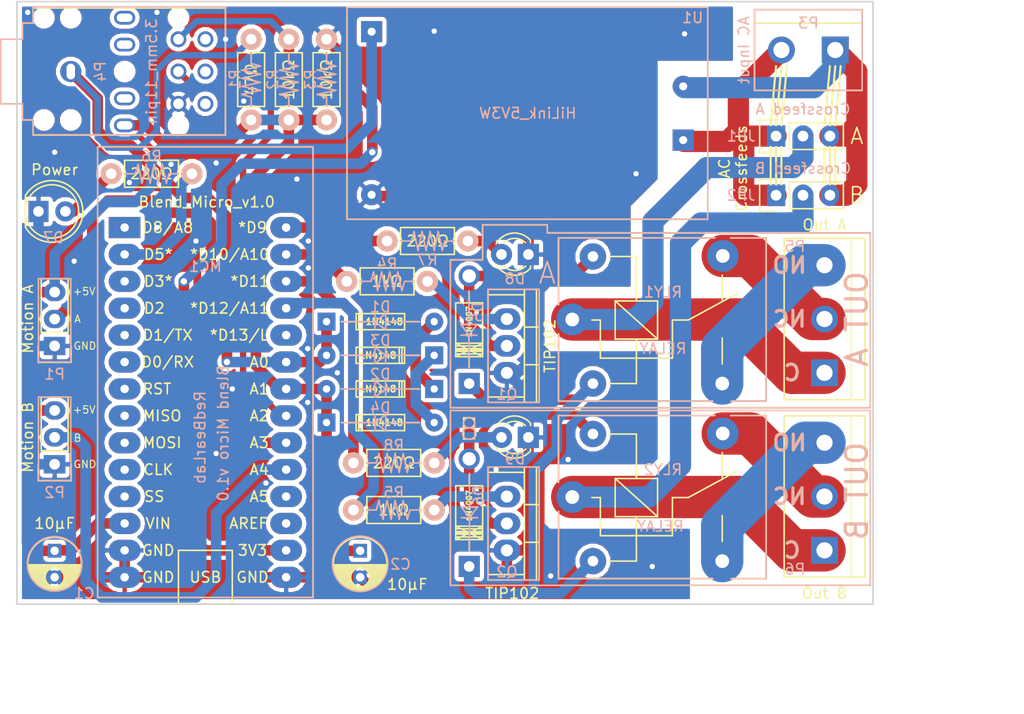
<source format=kicad_pcb>
(kicad_pcb (version 4) (host pcbnew 4.0.4-stable)
  (layers (0 F.Cu signal) (31 B.Cu signal) (34 B.Paste user) (35 F.Paste user) (36 B.SilkS user) (37 F.SilkS user) (38 B.Mask user) (39 F.Mask user) (44 Edge.Cuts user))
  (net 0 "")
  (net 1 +5V)
  (net 2 GND)
  (net 3 BIAS)
  (net 4 "Net-(D1-Pad2)")
  (net 5 SENSE)
  (net 6 "Net-(D3-Pad1)")
  (net 7 "Net-(D5-Pad2)")
  (net 8 +5VDC)
  (net 9 "Net-(D6-Pad2)")
  (net 10 "Net-(D7-Pad2)")
  (net 11 "Net-(D8-Pad2)")
  (net 12 "Net-(D9-Pad2)")
  (net 13 120VAC_A)
  (net 14 120VAC_B)
  (net 15 A_MOTION)
  (net 16 B_MOTION)
  (net 17 "Net-(P4-Pad4)")
  (net 18 "Net-(P4-Pad3)")
  (net 19 "Net-(P4-Pad2)")
  (net 20 CS_CONNECT)
  (net 21 3V3)
  (net 22 "Net-(P4-Pad11)")
  (net 23 "Net-(P4-Pad10)")
  (net 24 "Net-(P4-Pad9)")
  (net 25 A_RELAY)
  (net 26 B_RELAY)
  (net 27 PWR_LED)
  (net 28 A_LED)
  (net 29 B_LED)
  (net 30 "Net-(UC1-Pad11)")
  (net 31 "Net-(UC1-Pad10)")
  (net 32 "Net-(UC1-Pad9)")
  (net 33 "Net-(UC1-Pad8)")
  (net 34 "Net-(UC1-Pad7)")
  (net 35 "Net-(UC1-Pad6)")
  (net 36 "Net-(UC1-Pad5)")
  (net 37 "Net-(UC1-Pad4)")
  (net 38 "Net-(UC1-Pad3)")
  (net 39 "Net-(UC1-Pad1)")
  (net 40 "Net-(UC1-Pad17)")
  (net 41 "Net-(UC1-Pad18)")
  (net 42 "Net-(UC1-Pad24)")
  (net 43 /A_COMMON)
  (net 44 /B_COMMON)
  (net 45 /A_NC)
  (net 46 /A_NO)
  (net 47 /B_NC)
  (net 48 /B_NO)
  (net 49 "Net-(Q1-Pad1)")
  (net 50 "Net-(Q2-Pad1)")
  (module Footprints:Thermal_Via_NoRing (layer F.Cu) (at 115.6335 89.535)
    (fp_text reference "" hide)
    (fp_text value "" hide)
    (pad "" thru_hole circle (at 0 0) (size 0.5 0.5) (drill 0.5) (layers *.Cu *.Mask) (net 2 GND))
  )
  (module Footprints:Thermal_Via_NoRing (layer F.Cu) (at 131.6355 74.422)
    (fp_text reference "" hide)
    (fp_text value "" hide)
    (pad "" thru_hole circle (at 0 0) (size 0.5 0.5) (drill 0.5) (layers *.Cu *.Mask) (net 2 GND))
  )
  (module Footprints:Thermal_Via_NoRing (layer F.Cu) (at 127.127 87.63)
    (fp_text reference "" hide)
    (fp_text value "" hide)
    (pad "" thru_hole circle (at 0 0) (size 0.5 0.5) (drill 0.5) (layers *.Cu *.Mask) (net 2 GND))
  )
  (module Footprints:Thermal_Via_NoRing (layer F.Cu) (at 120.8405 82.1055)
    (fp_text reference "" hide)
    (fp_text value "" hide)
    (pad "" thru_hole circle (at 0 0) (size 0.5 0.5) (drill 0.5) (layers *.Cu *.Mask) (net 2 GND))
  )
  (module Footprints:Thermal_Via_NoRing (layer F.Cu) (at 137.668 102.87)
    (fp_text reference "" hide)
    (fp_text value "" hide)
    (pad "" thru_hole circle (at 0 0) (size 0.5 0.5) (drill 0.5) (layers *.Cu *.Mask) (net 2 GND))
  )
  (module Footprints:Thermal_Via_NoRing (layer F.Cu) (at 137.7315 87.63)
    (fp_text reference "" hide)
    (fp_text value "" hide)
    (pad "" thru_hole circle (at 0 0) (size 0.5 0.5) (drill 0.5) (layers *.Cu *.Mask) (net 2 GND))
  )
  (module Footprints:Thermal_Via_NoRing (layer F.Cu) (at 133.731 110.49)
    (fp_text reference "" hide)
    (fp_text value "" hide)
    (pad "" thru_hole circle (at 0 0) (size 0.5 0.5) (drill 0.5) (layers *.Cu *.Mask) (net 2 GND))
  )
  (module Footprints:Thermal_Via_NoRing (layer F.Cu) (at 160.5915 119.253)
    (fp_text reference "" hide)
    (fp_text value "" hide)
    (pad "" thru_hole circle (at 0 0) (size 0.5 0.5) (drill 0.5) (layers *.Cu *.Mask) (net 2 GND))
  )
  (module Footprints:Thermal_Via_NoRing (layer F.Cu) (at 162.2425 108.2675)
    (fp_text reference "" hide)
    (fp_text value "" hide)
    (pad "" thru_hole circle (at 0 0) (size 0.5 0.5) (drill 0.5) (layers *.Cu *.Mask) (net 2 GND))
  )
  (module Footprints:Thermal_Via_NoRing (layer F.Cu) (at 111.252 66.04)
    (fp_text reference "" hide)
    (fp_text value "" hide)
    (pad "" thru_hole circle (at 0 0) (size 0.5 0.5) (drill 0.5) (layers *.Cu *.Mask) (net 2 GND))
  )
  (module Diodes_ThroughHole:Diode_DO-35_SOD27_Horizontal_RM10 (layer F.Cu) (at 139.446 95.24746)
    (fp_text reference D1 (at 5.08 -1.39446) (layer B.SilkS) (effects (justify mirror)))
    (fp_text value 1N4148 (at 5.46152 -0.00254) (layer F.SilkS) (effects (font (size 0.6 0.6))))
    (pad 2 thru_hole circle (at 10.16052 -0.00254 180) (size 1.69926 1.69926) (drill 0.70104) (layers *.Cu *.Mask) (net 4 "Net-(D1-Pad2)"))
    (pad 1 thru_hole rect (at 0.00052 -0.00254 180) (size 1.69926 1.69926) (drill 0.70104) (layers *.Cu *.Mask) (net 5 SENSE))
  )
  (module Footprints:HiLink_5V3W (layer F.Cu) (at 158.401 75.565 180)
    (fp_text reference U1 (at -15.589 9.017 180) (layer B.SilkS) (effects (justify mirror)))
    (fp_text value HiLink_5V3W (at -0.032 0 180) (layer B.SilkS) (effects (justify mirror)))
    (pad 1 thru_hole rect (at -14.7 -2.54 180) (size 2 2) (drill 0.762) (layers *.Cu *.Mask) (net 13 120VAC_A))
    (pad 2 thru_hole circle (at -14.7 2.54 180) (size 2 2) (drill 0.762) (layers *.Cu *.Mask) (net 14 120VAC_B))
    (pad 3 thru_hole circle (at 14.7 -7.7 180) (size 2 2) (drill 0.762) (layers *.Cu *.Mask) (net 2 GND))
    (pad 4 thru_hole rect (at 14.7 7.7 180) (size 2 2) (drill 0.762) (layers *.Cu *.Mask) (net 1 +5V))
  )
  (module Footprints:Thermal_Via_NoRing (layer F.Cu) (at 168.656 81.28)
    (fp_text reference "" hide)
    (fp_text value "" hide)
    (pad "" thru_hole circle (at 0 0) (size 0.5 0.5) (drill 0.5) (layers *.Cu *.Mask) (net 2 GND))
  )
  (module Resistors_ThroughHole:Resistor_Horizontal_RM7mm (layer F.Cu) (at 149.606 113.03 180)
    (fp_text reference R5 (at 3.81 1.651 180) (layer B.SilkS) (effects (justify mirror)))
    (fp_text value 1kΩ (at 3.81 0 180) (layer F.SilkS))
    (pad 1 thru_hole circle (at 0 0 180) (size 1.99898 1.99898) (drill 1.00076) (layers *.Cu *.SilkS *.Mask) (net 50 "Net-(Q2-Pad1)"))
    (pad 2 thru_hole circle (at 7.62 0 180) (size 1.99898 1.99898) (drill 1.00076) (layers *.Cu *.SilkS *.Mask) (net 26 B_RELAY))
  )
  (module Footprints:Thermal_Via_NoRing (layer F.Cu) (at 137.668 97.79)
    (fp_text reference "" hide)
    (fp_text value "" hide)
    (pad "" thru_hole circle (at 0 0) (size 0.5 0.5) (drill 0.5) (layers *.Cu *.Mask) (net 2 GND))
  )
  (module Footprints:Thermal_Via_NoRing (layer F.Cu) (at 140.462 100.076)
    (fp_text reference "" hide)
    (fp_text value "" hide)
    (pad "" thru_hole circle (at 0 0) (size 0.5 0.5) (drill 0.5) (layers *.Cu *.Mask) (net 2 GND))
  )
  (module LEDs:LED-3MM (layer F.Cu) (at 158.496 106.172 180)
    (fp_text reference D9 (at 1.27 -2.032 360) (layer B.SilkS) (effects (justify mirror)))
    (fp_text value B (at 5.588 0.762 180) (layer F.SilkS) (effects (font (size 2 2))))
    (pad 1 thru_hole rect (at 0 0 270) (size 2 2) (drill 1.00076) (layers *.Cu *.Mask) (net 2 GND))
    (pad 2 thru_hole circle (at 2.54 0 180) (size 2 2) (drill 1.00076) (layers *.Cu *.Mask) (net 12 "Net-(D9-Pad2)"))
  )
  (module Footprints:Blend_Micro_v1.0 (layer F.Cu) (at 128.016 102.87)
    (fp_text reference MC1 (at 0 -12.827) (layer B.SilkS) (effects (justify mirror)))
    (fp_text value Blend_Micro_v1.0 (at 0.127 -18.923) (layer F.SilkS))
    (fp_text user USB (at 0 16.51) (layer F.SilkS))
    (fp_text user "Blend Micro v1.0" (at 1.6764 2.921 90) (layer B.SilkS) (effects (justify mirror)))
    (fp_text user RedBearLab (at -0.508 3.302 270) (layer B.SilkS) (effects (justify mirror)))
    (fp_text user 3V3 (at 4.445 13.97) (layer F.SilkS))
    (fp_text user "AREF " (at 4.445 11.43) (layer F.SilkS))
    (fp_text user A5 (at 5.08 8.89) (layer F.SilkS))
    (fp_text user A4 (at 5.08 6.35) (layer F.SilkS))
    (fp_text user A3 (at 5.08 3.81) (layer F.SilkS))
    (fp_text user A2 (at 5.08 1.27) (layer F.SilkS))
    (fp_text user A1 (at 5.08 -1.27) (layer F.SilkS))
    (fp_text user A0 (at 5.08 -3.81) (layer F.SilkS))
    (fp_text user *D13/L (at 3.175 -6.35) (layer F.SilkS))
    (fp_text user " *D12/A11" (at 1.905 -8.89) (layer F.SilkS))
    (fp_text user " *D11" (at 3.81 -11.43) (layer F.SilkS))
    (fp_text user " *D10/A10" (at 1.905 -13.97) (layer F.SilkS))
    (fp_text user *D9 (at 4.445 -16.51) (layer F.SilkS))
    (fp_text user "D8/A8 " (at -3.175 -16.51) (layer F.SilkS))
    (fp_text user D5* (at -4.445 -13.97) (layer F.SilkS))
    (fp_text user D3* (at -4.445 -11.43) (layer F.SilkS))
    (fp_text user "D2 " (at -4.445 -8.89) (layer F.SilkS))
    (fp_text user "D1/TX " (at -3.175 -6.35) (layer F.SilkS))
    (fp_text user "D0/RX " (at -3.175 -3.81) (layer F.SilkS))
    (fp_text user "RST  " (at -3.81 -1.27) (layer F.SilkS))
    (fp_text user "MISO    " (at -2.54 1.27) (layer F.SilkS))
    (fp_text user "MOSI    " (at -2.54 3.81) (layer F.SilkS))
    (fp_text user CLK (at -4.445 6.35) (layer F.SilkS))
    (fp_text user "SS " (at -4.445 8.89) (layer F.SilkS))
    (fp_text user VIN (at -4.445 11.43) (layer F.SilkS))
    (fp_text user GND (at 4.445 16.51) (layer F.SilkS))
    (fp_text user GND (at -4.445 16.51) (layer F.SilkS))
    (fp_text user GND (at -4.445 13.97) (layer F.SilkS))
    (pad 14 thru_hole oval (at -7.62 16.51) (size 3 2) (drill 0.8) (layers *.Cu *.Mask) (net 2 GND))
    (pad 13 thru_hole oval (at -7.62 13.97) (size 3 2) (drill 0.8) (layers *.Cu *.Mask) (net 2 GND))
    (pad 12 thru_hole oval (at -7.62 11.43) (size 3 2) (drill 0.8) (layers *.Cu *.Mask) (net 1 +5V))
    (pad 11 thru_hole oval (at -7.62 8.89) (size 3 2) (drill 0.8) (layers *.Cu *.Mask) (net 30 "Net-(UC1-Pad11)"))
    (pad 10 thru_hole oval (at -7.62 6.35) (size 3 2) (drill 0.8) (layers *.Cu *.Mask) (net 31 "Net-(UC1-Pad10)"))
    (pad 9 thru_hole oval (at -7.62 3.81) (size 3 2) (drill 0.8) (layers *.Cu *.Mask) (net 32 "Net-(UC1-Pad9)"))
    (pad 8 thru_hole oval (at -7.62 1.27) (size 3 2) (drill 0.8) (layers *.Cu *.Mask) (net 33 "Net-(UC1-Pad8)"))
    (pad 7 thru_hole oval (at -7.62 -1.27) (size 3 2) (drill 0.8) (layers *.Cu *.Mask) (net 34 "Net-(UC1-Pad7)"))
    (pad 6 thru_hole oval (at -7.62 -3.81) (size 3 2) (drill 0.8) (layers *.Cu *.Mask) (net 35 "Net-(UC1-Pad6)"))
    (pad 5 thru_hole oval (at -7.62 -6.35) (size 3 2) (drill 0.8) (layers *.Cu *.Mask) (net 36 "Net-(UC1-Pad5)"))
    (pad 4 thru_hole oval (at -7.62 -8.89) (size 3 2) (drill 0.8) (layers *.Cu *.Mask) (net 37 "Net-(UC1-Pad4)"))
    (pad 3 thru_hole oval (at -7.62 -11.43) (size 3 2) (drill 0.8) (layers *.Cu *.Mask) (net 38 "Net-(UC1-Pad3)"))
    (pad 2 thru_hole oval (at -7.62 -13.97) (size 3 2) (drill 0.8) (layers *.Cu *.Mask) (net 27 PWR_LED))
    (pad 1 thru_hole rect (at -7.62 -16.51) (size 3 2) (drill 0.8) (layers *.Cu *.Mask) (net 39 "Net-(UC1-Pad1)"))
    (pad 15 thru_hole oval (at 7.62 16.51) (size 3 2) (drill 0.8) (layers *.Cu *.Mask) (net 2 GND))
    (pad 16 thru_hole oval (at 7.62 13.97) (size 3 2) (drill 0.8) (layers *.Cu *.Mask) (net 21 3V3))
    (pad 17 thru_hole oval (at 7.62 11.43) (size 3 2) (drill 0.8) (layers *.Cu *.Mask) (net 40 "Net-(UC1-Pad17)"))
    (pad 18 thru_hole oval (at 7.62 8.89) (size 3 2) (drill 0.8) (layers *.Cu *.Mask) (net 41 "Net-(UC1-Pad18)"))
    (pad 19 thru_hole oval (at 7.62 6.35) (size 3 2) (drill 0.8) (layers *.Cu *.Mask) (net 16 B_MOTION))
    (pad 20 thru_hole oval (at 7.62 3.81) (size 3 2) (drill 0.8) (layers *.Cu *.Mask) (net 15 A_MOTION))
    (pad 21 thru_hole oval (at 7.62 1.27) (size 3 2) (drill 0.8) (layers *.Cu *.Mask) (net 20 CS_CONNECT))
    (pad 22 thru_hole oval (at 7.62 -1.27) (size 3 2) (drill 0.8) (layers *.Cu *.Mask) (net 3 BIAS))
    (pad 23 thru_hole oval (at 7.62 -3.81) (size 3 2) (drill 0.8) (layers *.Cu *.Mask) (net 5 SENSE))
    (pad 24 thru_hole oval (at 7.62 -6.35) (size 3 2) (drill 0.8) (layers *.Cu *.Mask) (net 42 "Net-(UC1-Pad24)"))
    (pad 25 thru_hole oval (at 7.62 -8.89) (size 3 2) (drill 0.8) (layers *.Cu *.Mask) (net 26 B_RELAY))
    (pad 26 thru_hole oval (at 7.62 -11.43) (size 3 2) (drill 0.8) (layers *.Cu *.Mask) (net 29 B_LED))
    (pad 27 thru_hole oval (at 7.62 -13.97) (size 3 2) (drill 0.8) (layers *.Cu *.Mask) (net 25 A_RELAY))
    (pad 28 thru_hole oval (at 7.62 -16.51) (size 3 2) (drill 0.8) (layers *.Cu *.Mask) (net 28 A_LED))
  )
  (module Footprints:Thermal_Via_NoRing (layer F.Cu) (at 113.792 79.248)
    (fp_text reference "" hide)
    (fp_text value "" hide)
    (pad "" thru_hole circle (at 0 0) (size 0.5 0.5) (drill 0.5) (layers *.Cu *.Mask) (net 2 GND))
  )
  (module Footprints:Thermal_Via_NoRing (layer F.Cu) (at 129.032 107.696)
    (fp_text reference "" hide)
    (fp_text value "" hide)
    (pad "" thru_hole circle (at 0 0) (size 0.5 0.5) (drill 0.5) (layers *.Cu *.Mask) (net 2 GND))
  )
  (module Footprints:Thermal_Via_NoRing (layer F.Cu) (at 149.606 67.818)
    (fp_text reference "" hide)
    (fp_text value "" hide)
    (pad "" thru_hole circle (at 0 0) (size 0.5 0.5) (drill 0.5) (layers *.Cu *.Mask) (net 2 GND))
  )
  (module Footprints:Thermal_Via_NoRing (layer F.Cu) (at 173.228 68.072)
    (fp_text reference "" hide)
    (fp_text value "" hide)
    (pad "" thru_hole circle (at 0 0) (size 0.5 0.5) (drill 0.5) (layers *.Cu *.Mask) (net 2 GND))
  )
  (module Footprints:Thermal_Via_NoRing (layer F.Cu) (at 155.448 109.22)
    (fp_text reference "" hide)
    (fp_text value "" hide)
    (pad "" thru_hole circle (at 0 0) (size 0.5 0.5) (drill 0.5) (layers *.Cu *.Mask) (net 2 GND))
  )
  (module Footprints:Thermal_Via_NoRing (layer F.Cu) (at 170.18 118.364)
    (fp_text reference "" hide)
    (fp_text value "" hide)
    (pad "" thru_hole circle (at 0 0) (size 0.5 0.5) (drill 0.5) (layers *.Cu *.Mask) (net 2 GND))
  )
  (module Footprints:Thermal_Via_NoRing (layer F.Cu) (at 130.556 101.6)
    (fp_text reference "" hide)
    (fp_text value "" hide)
    (pad "" thru_hole circle (at 0 0) (size 0.5 0.5) (drill 0.5) (layers *.Cu *.Mask) (net 2 GND))
  )
  (module Footprints:Thermal_Via_NoRing (layer F.Cu) (at 124.7775 80.391)
    (fp_text reference "" hide)
    (fp_text value "" hide)
    (pad "" thru_hole circle (at 0 0) (size 0.5 0.5) (drill 0.5) (layers *.Cu *.Mask) (net 2 GND))
  )
  (module Footprints:Thermal_Via_NoRing (layer F.Cu) (at 136.652 81.788)
    (fp_text reference "" hide)
    (fp_text value "" hide)
    (pad "" thru_hole circle (at 0 0) (size 0.5 0.5) (drill 0.5) (layers *.Cu *.Mask) (net 2 GND))
  )
  (module Footprints:Thermal_Via_NoRing (layer F.Cu) (at 129.921 68.58)
    (fp_text reference "" hide)
    (fp_text value "" hide)
    (pad "" thru_hole circle (at 0 0) (size 0.5 0.5) (drill 0.5) (layers *.Cu *.Mask) (net 2 GND))
  )
  (module Footprints:Thermal_Via_NoRing (layer F.Cu) (at 137.7315 90.17)
    (fp_text reference "" hide)
    (fp_text value "" hide)
    (pad "" thru_hole circle (at 0 0) (size 0.5 0.5) (drill 0.5) (layers *.Cu *.Mask) (net 2 GND))
  )
  (module Footprints:Thermal_Via_NoRing (layer F.Cu) (at 123.444 86.36)
    (fp_text reference "" hide)
    (fp_text value "" hide)
    (pad "" thru_hole circle (at 0 0) (size 0.5 0.5) (drill 0.5) (layers *.Cu *.Mask) (net 2 GND))
  )
  (module Footprints:Thermal_Via_NoRing (layer F.Cu) (at 129.032 80.264)
    (fp_text reference "" hide)
    (fp_text value "" hide)
    (pad "" thru_hole circle (at 0 0) (size 0.5 0.5) (drill 0.5) (layers *.Cu *.Mask) (net 2 GND))
  )
  (module Footprints:Relay (layer F.Cu) (at 162.634 111.806)
    (fp_text reference RLY2 (at 8.562 -2.586) (layer B.SilkS) (effects (justify mirror)))
    (fp_text value RELAY (at 8.308 2.748) (layer B.SilkS) (effects (justify mirror)))
    (pad 2 thru_hole circle (at 1.95 6.05 90) (size 2.5 2.5) (drill 1) (layers *.Cu *.Mask) (net 8 +5VDC))
    (pad 4 thru_hole circle (at 14.15 6.05 90) (size 3 3) (drill 1.3) (layers *.Cu *.Mask) (net 48 /B_NO))
    (pad 5 thru_hole circle (at 14.2 -6 90) (size 3 3) (drill 1.3) (layers *.Cu *.Mask) (net 47 /B_NC))
    (pad 1 thru_hole circle (at 1.95 -5.95 90) (size 2.5 2.5) (drill 1) (layers *.Cu *.Mask) (net 9 "Net-(D6-Pad2)"))
    (pad 3 thru_hole circle (at 0 0 90) (size 3 3) (drill 1.3) (layers *.Cu *.Mask) (net 44 /B_COMMON))
  )
  (module Capacitors_ThroughHole:C_Radial_D5_L6_P2.5 (layer F.Cu) (at 113.792 116.88 270)
    (fp_text reference C1 (at 4.024 -2.794 540) (layer B.SilkS) (effects (justify mirror)))
    (fp_text value 10µF (at -2.58 0 360) (layer F.SilkS))
    (pad 1 thru_hole rect (at 0 0 270) (size 1.3 1.3) (drill 0.8) (layers *.Cu *.Mask) (net 1 +5V))
    (pad 2 thru_hole circle (at 2.5 0 270) (size 1.3 1.3) (drill 0.8) (layers *.Cu *.Mask) (net 2 GND))
  )
  (module Capacitors_ThroughHole:C_Radial_D5_L6_P2.5 (layer F.Cu) (at 142.621 116.88 270)
    (fp_text reference C2 (at 1.27 -3.81 540) (layer B.SilkS) (effects (justify mirror)))
    (fp_text value 10µF (at 3.175 -4.445 360) (layer F.SilkS))
    (pad 1 thru_hole rect (at 0 0 270) (size 1.3 1.3) (drill 0.8) (layers *.Cu *.Mask) (net 3 BIAS))
    (pad 2 thru_hole circle (at 2.5 0 270) (size 1.3 1.3) (drill 0.8) (layers *.Cu *.Mask) (net 2 GND))
  )
  (module Diodes_ThroughHole:Diode_DO-35_SOD27_Horizontal_RM10 (layer F.Cu) (at 149.60652 101.59746 180)
    (fp_text reference D2 (at 5.08052 1.39446 180) (layer B.SilkS) (effects (justify mirror)))
    (fp_text value 1N4148 (at 5.33452 -0.00254 180) (layer F.SilkS) (effects (font (size 0.6 0.6))))
    (pad 2 thru_hole circle (at 10.16052 -0.00254) (size 1.69926 1.69926) (drill 0.70104) (layers *.Cu *.Mask) (net 3 BIAS))
    (pad 1 thru_hole rect (at 0.00052 -0.00254) (size 1.69926 1.69926) (drill 0.70104) (layers *.Cu *.Mask) (net 4 "Net-(D1-Pad2)"))
  )
  (module Diodes_ThroughHole:Diode_DO-35_SOD27_Horizontal_RM10 (layer F.Cu) (at 149.60652 98.42246 180)
    (fp_text reference D3 (at 5.08052 1.39446 180) (layer B.SilkS) (effects (justify mirror)))
    (fp_text value 1N4148 (at 5.33452 -0.00254 180) (layer F.SilkS) (effects (font (size 0.6 0.6))))
    (pad 2 thru_hole circle (at 10.16052 -0.00254) (size 1.69926 1.69926) (drill 0.70104) (layers *.Cu *.Mask) (net 5 SENSE))
    (pad 1 thru_hole rect (at 0.00052 -0.00254) (size 1.69926 1.69926) (drill 0.70104) (layers *.Cu *.Mask) (net 6 "Net-(D3-Pad1)"))
  )
  (module Diodes_ThroughHole:Diode_DO-35_SOD27_Horizontal_RM10 (layer F.Cu) (at 139.44548 104.77754)
    (fp_text reference D4 (at 5.08052 -1.39954) (layer B.SilkS) (effects (justify mirror)))
    (fp_text value 1N4148 (at 5.46152 -0.00254) (layer F.SilkS) (effects (font (size 0.6 0.6))))
    (pad 2 thru_hole circle (at 10.16052 -0.00254 180) (size 1.69926 1.69926) (drill 0.70104) (layers *.Cu *.Mask) (net 6 "Net-(D3-Pad1)"))
    (pad 1 thru_hole rect (at 0.00052 -0.00254 180) (size 1.69926 1.69926) (drill 0.70104) (layers *.Cu *.Mask) (net 3 BIAS))
  )
  (module Diodes_ThroughHole:Diode_DO-41_SOD81_Horizontal_RM10 (layer F.Cu) (at 152.908 101.092 90)
    (fp_text reference D5 (at 6.731 0.8255 90) (layer B.SilkS) (effects (justify mirror)))
    (fp_text value 1N4007 (at 5.842 -0.00254 90) (layer F.SilkS) (effects (font (size 0.5 0.5) (thickness 0.125))))
    (pad 2 thru_hole circle (at 10.16 -0.00254 270) (size 1.99898 1.99898) (drill 1.27) (layers *.Cu *.Mask) (net 7 "Net-(D5-Pad2)"))
    (pad 1 thru_hole rect (at 0 -0.00254 270) (size 1.99898 1.99898) (drill 1.00076) (layers *.Cu *.Mask) (net 8 +5VDC))
  )
  (module Diodes_ThroughHole:Diode_DO-41_SOD81_Horizontal_RM10 (layer F.Cu) (at 152.91054 118.364 90)
    (fp_text reference D6 (at 6.6675 0.88646 90) (layer B.SilkS) (effects (justify mirror)))
    (fp_text value 1N4007 (at 5.7404 -0.00254 90) (layer F.SilkS) (effects (font (size 0.5 0.5) (thickness 0.125))))
    (pad 2 thru_hole circle (at 10.16 -0.00254 270) (size 1.99898 1.99898) (drill 1.27) (layers *.Cu *.Mask) (net 9 "Net-(D6-Pad2)"))
    (pad 1 thru_hole rect (at 0 -0.00254 270) (size 1.99898 1.99898) (drill 1.00076) (layers *.Cu *.Mask) (net 8 +5VDC))
  )
  (module LEDs:LED-5MM (layer F.Cu) (at 112.268 84.836)
    (fp_text reference D7 (at 1.397 2.4765) (layer B.SilkS) (effects (justify mirror)))
    (fp_text value Power (at 1.524 -3.937) (layer F.SilkS))
    (pad 1 thru_hole rect (at 0 0 90) (size 2 1.9) (drill 1.00076) (layers *.Cu *.Mask) (net 2 GND))
    (pad 2 thru_hole circle (at 2.54 0) (size 1.9 1.9) (drill 1.00076) (layers *.Cu *.Mask) (net 10 "Net-(D7-Pad2)"))
  )
  (module LEDs:LED-3MM (layer F.Cu) (at 158.496 88.9 180)
    (fp_text reference D8 (at 1.27 -2.286 180) (layer B.SilkS) (effects (justify mirror)))
    (fp_text value A (at -1.778 -1.778 180) (layer F.SilkS) (effects (font (size 2 2))))
    (pad 1 thru_hole rect (at 0 0 270) (size 2 2) (drill 1.00076) (layers *.Cu *.Mask) (net 2 GND))
    (pad 2 thru_hole circle (at 2.54 0 180) (size 2 2) (drill 1.00076) (layers *.Cu *.Mask) (net 11 "Net-(D8-Pad2)"))
  )
  (module Socket_Strips:Socket_Strip_Straight_1x03 (layer F.Cu) (at 181.864 77.724)
    (fp_text reference JP1 (at -3.302 0) (layer B.SilkS) (effects (justify mirror)))
    (fp_text value "Crossfeed A" (at 2.54 -2.54) (layer B.SilkS) (effects (justify mirror)))
    (pad 1 thru_hole rect (at 0 0) (size 1.7272 2.032) (drill 1.016) (layers *.Cu *.Mask) (net 13 120VAC_A))
    (pad 2 thru_hole oval (at 2.54 0) (size 1.7272 2.032) (drill 1.016) (layers *.Cu *.Mask) (net 43 /A_COMMON))
    (pad 3 thru_hole oval (at 5.08 0) (size 1.7272 2.032) (drill 1.016) (layers *.Cu *.Mask) (net 14 120VAC_B))
  )
  (module Socket_Strips:Socket_Strip_Straight_1x03 (layer F.Cu) (at 181.864 83.312)
    (fp_text reference JP2 (at -3.302 0) (layer B.SilkS) (effects (justify mirror)))
    (fp_text value "Crossfeed B" (at 2.54 -2.54) (layer B.SilkS) (effects (justify mirror)))
    (pad 1 thru_hole rect (at 0 0) (size 1.7272 2.032) (drill 1.016) (layers *.Cu *.Mask) (net 13 120VAC_A))
    (pad 2 thru_hole oval (at 2.54 0) (size 1.7272 2.032) (drill 1.016) (layers *.Cu *.Mask) (net 44 /B_COMMON))
    (pad 3 thru_hole oval (at 5.08 0) (size 1.7272 2.032) (drill 1.016) (layers *.Cu *.Mask) (net 14 120VAC_B))
  )
  (module Socket_Strips:Socket_Strip_Straight_1x03 (layer F.Cu) (at 113.792 97.536 90)
    (fp_text reference P1 (at -2.667 0 360) (layer B.SilkS) (effects (justify mirror)))
    (fp_text value "Motion A" (at 2.54 -2.54 90) (layer F.SilkS))
    (pad 1 thru_hole rect (at 0 0 90) (size 1.7272 2.032) (drill 1.016) (layers *.Cu *.Mask) (net 2 GND))
    (pad 2 thru_hole oval (at 2.54 0 90) (size 1.7272 2.032) (drill 1.016) (layers *.Cu *.Mask) (net 15 A_MOTION))
    (pad 3 thru_hole oval (at 5.08 0 90) (size 1.7272 2.032) (drill 1.016) (layers *.Cu *.Mask) (net 1 +5V))
  )
  (module Socket_Strips:Socket_Strip_Straight_1x03 (layer F.Cu) (at 113.792 108.712 90)
    (fp_text reference P2 (at -2.667 0 360) (layer B.SilkS) (effects (justify mirror)))
    (fp_text value "Motion B" (at 2.54 -2.54 90) (layer F.SilkS))
    (pad 1 thru_hole rect (at 0 0 90) (size 1.7272 2.032) (drill 1.016) (layers *.Cu *.Mask) (net 2 GND))
    (pad 2 thru_hole oval (at 2.54 0 90) (size 1.7272 2.032) (drill 1.016) (layers *.Cu *.Mask) (net 16 B_MOTION))
    (pad 3 thru_hole oval (at 5.08 0 90) (size 1.7272 2.032) (drill 1.016) (layers *.Cu *.Mask) (net 1 +5V))
  )
  (module Connect:bornier2 (layer F.Cu) (at 184.912 69.596 180)
    (fp_text reference P3 (at 0 2.54 180) (layer B.SilkS) (effects (justify mirror)))
    (fp_text value "AC Input" (at 6.096 0 270) (layer B.SilkS) (effects (justify mirror)))
    (pad 1 thru_hole rect (at -2.54 0 180) (size 2.54 2.54) (drill 1.524) (layers *.Cu *.Mask) (net 14 120VAC_B))
    (pad 2 thru_hole circle (at 2.54 0 180) (size 2.54 2.54) (drill 1.524) (layers *.Cu *.Mask) (net 13 120VAC_A))
  )
  (module Footprints:3.5mm_11PIN (layer F.Cu) (at 120.904 71.628 90)
    (fp_text reference P4 (at 0 -2.794 90) (layer B.SilkS) (effects (justify mirror)))
    (fp_text value 3.5mm_11pin (at 0 2.032 90) (layer B.SilkS) (effects (justify mirror)))
    (pad "" np_thru_hole circle (at 0 -0.508 90) (size 1.25 1.25) (drill 1.25) (layers *.Cu *.Mask))
    (pad "" np_thru_hole circle (at -4.572 -8.128 90) (size 1.25 1.25) (drill 1.25) (layers *.Cu *.Mask))
    (pad "" np_thru_hole circle (at -4.572 -5.588 90) (size 1.25 1.25) (drill 1.25) (layers *.Cu *.Mask))
    (pad "" np_thru_hole circle (at 5.08 -8.128 90) (size 1.25 1.25) (drill 1.25) (layers *.Cu *.Mask))
    (pad "" np_thru_hole circle (at 5.08 -5.588 90) (size 1.25 1.25) (drill 1.25) (layers *.Cu *.Mask))
    (pad "" np_thru_hole circle (at -5.08 4.572 90) (size 1.25 1.25) (drill 1.25) (layers *.Cu *.Mask))
    (pad "" np_thru_hole circle (at 5.08 4.572 90) (size 1.25 1.25) (drill 1.25) (layers *.Cu *.Mask))
    (pad 1 thru_hole circle (at 0 -5.588 90) (size 2 2) (drill oval 1.5 0.8) (layers *.Cu *.Mask) (net 5 SENSE))
    (pad 5 thru_hole oval (at -5.08 -0.508 90) (size 1.3 2) (drill oval 0.8 1.5) (layers *.Cu *.Mask) (net 3 BIAS))
    (pad 4 thru_hole oval (at -2.54 -0.508 90) (size 1.3 2) (drill oval 0.8 1.5) (layers *.Cu *.Mask) (net 17 "Net-(P4-Pad4)"))
    (pad 3 thru_hole oval (at 2.54 -0.508 90) (size 1.3 2) (drill oval 0.8 1.5) (layers *.Cu *.Mask) (net 18 "Net-(P4-Pad3)"))
    (pad 2 thru_hole oval (at 5.08 -0.508 90) (size 1.3 2) (drill oval 0.8 1.5) (layers *.Cu *.Mask) (net 19 "Net-(P4-Pad2)"))
    (pad 8 thru_hole circle (at -3.048 4.572 90) (size 1.5 1.5) (drill 1) (layers *.Cu *.Mask) (net 2 GND))
    (pad 7 thru_hole circle (at 0 4.572 90) (size 1.5 1.5) (drill 1) (layers *.Cu *.Mask) (net 20 CS_CONNECT))
    (pad 6 thru_hole circle (at 3.048 4.572 90) (size 1.5 1.5) (drill 1) (layers *.Cu *.Mask) (net 21 3V3))
    (pad 11 thru_hole circle (at -3.048 7.112 90) (size 1.5 1.5) (drill 1) (layers *.Cu *.Mask) (net 22 "Net-(P4-Pad11)"))
    (pad 10 thru_hole circle (at 0 7.112 90) (size 1.5 1.5) (drill 1) (layers *.Cu *.Mask) (net 23 "Net-(P4-Pad10)"))
    (pad 9 thru_hole circle (at 3.048 7.112 90) (size 1.5 1.5) (drill 1) (layers *.Cu *.Mask) (net 24 "Net-(P4-Pad9)"))
  )
  (module Connect:bornier3 (layer F.Cu) (at 186.436 94.996 90)
    (fp_text reference P5 (at 6.858 -2.794 360) (layer B.SilkS) (effects (justify mirror)))
    (fp_text value "Out A" (at 8.89 0 180) (layer F.SilkS))
    (pad 1 thru_hole rect (at -5.08 0 90) (size 2.54 2.54) (drill 1.524) (layers *.Cu *.Mask) (net 43 /A_COMMON))
    (pad 2 thru_hole circle (at 0 0 90) (size 2.54 2.54) (drill 1.524) (layers *.Cu *.Mask) (net 45 /A_NC))
    (pad 3 thru_hole circle (at 5.08 0 90) (size 2.54 2.54) (drill 1.524) (layers *.Cu *.Mask) (net 46 /A_NO))
  )
  (module Connect:bornier3 (layer F.Cu) (at 186.436 111.76 90)
    (fp_text reference P6 (at -6.858 -2.794 360) (layer B.SilkS) (effects (justify mirror)))
    (fp_text value "Out B" (at -9.144 0 180) (layer F.SilkS))
    (pad 1 thru_hole rect (at -5.08 0 90) (size 2.54 2.54) (drill 1.524) (layers *.Cu *.Mask) (net 44 /B_COMMON))
    (pad 2 thru_hole circle (at 0 0 90) (size 2.54 2.54) (drill 1.524) (layers *.Cu *.Mask) (net 47 /B_NC))
    (pad 3 thru_hole circle (at 5.08 0 90) (size 2.54 2.54) (drill 1.524) (layers *.Cu *.Mask) (net 48 /B_NO))
  )
  (module Power_Integrations:TO-220 (layer F.Cu) (at 156.464 97.536 270)
    (fp_text reference Q1 (at 4.572 0 540) (layer B.SilkS) (effects (justify mirror)))
    (fp_text value TIP102 (at 0 -4.064 270) (layer F.SilkS))
    (pad 2 thru_hole oval (at 0 0 270) (size 2.032 2.54) (drill 1.143) (layers *.Cu *.Mask) (net 7 "Net-(D5-Pad2)"))
    (pad 3 thru_hole oval (at 2.54 0 270) (size 2.032 2.54) (drill 1.143) (layers *.Cu *.Mask) (net 2 GND))
    (pad 1 thru_hole oval (at -2.54 0 270) (size 2.032 2.54) (drill 1.143) (layers *.Cu *.Mask) (net 49 "Net-(Q1-Pad1)"))
  )
  (module Power_Integrations:TO-220 (layer F.Cu) (at 156.464 114.3 270)
    (fp_text reference Q2 (at 4.572 0 540) (layer B.SilkS) (effects (justify mirror)))
    (fp_text value TIP102 (at 6.604 -0.508 360) (layer F.SilkS))
    (pad 2 thru_hole oval (at 0 0 270) (size 2.032 2.54) (drill 1.143) (layers *.Cu *.Mask) (net 9 "Net-(D6-Pad2)"))
    (pad 3 thru_hole oval (at 2.54 0 270) (size 2.032 2.54) (drill 1.143) (layers *.Cu *.Mask) (net 2 GND))
    (pad 1 thru_hole oval (at -2.54 0 270) (size 2.032 2.54) (drill 1.143) (layers *.Cu *.Mask) (net 50 "Net-(Q2-Pad1)"))
  )
  (module Resistors_ThroughHole:Resistor_Horizontal_RM7mm (layer F.Cu) (at 132.334 68.58 270)
    (fp_text reference R1 (at 3.81 1.524 270) (layer B.SilkS) (effects (justify mirror)))
    (fp_text value 47Ω (at 3.81 0 270) (layer F.SilkS))
    (pad 1 thru_hole circle (at 0 0 270) (size 1.99898 1.99898) (drill 1.00076) (layers *.Cu *.SilkS *.Mask) (net 5 SENSE))
    (pad 2 thru_hole circle (at 7.62 0 270) (size 1.99898 1.99898) (drill 1.00076) (layers *.Cu *.SilkS *.Mask) (net 3 BIAS))
  )
  (module Resistors_ThroughHole:Resistor_Horizontal_RM7mm (layer F.Cu) (at 135.89 68.58 270)
    (fp_text reference R2 (at 3.81 1.524 270) (layer B.SilkS) (effects (justify mirror)))
    (fp_text value 10kΩ (at 3.81 0 270) (layer F.SilkS))
    (pad 1 thru_hole circle (at 0 0 270) (size 1.99898 1.99898) (drill 1.00076) (layers *.Cu *.SilkS *.Mask) (net 21 3V3))
    (pad 2 thru_hole circle (at 7.62 0 270) (size 1.99898 1.99898) (drill 1.00076) (layers *.Cu *.SilkS *.Mask) (net 3 BIAS))
  )
  (module Resistors_ThroughHole:Resistor_Horizontal_RM7mm (layer F.Cu) (at 139.446 76.2 90)
    (fp_text reference R3 (at 3.81 -1.524 90) (layer B.SilkS) (effects (justify mirror)))
    (fp_text value 10kΩ (at 3.81 0 90) (layer F.SilkS))
    (pad 1 thru_hole circle (at 0 0 90) (size 1.99898 1.99898) (drill 1.00076) (layers *.Cu *.SilkS *.Mask) (net 3 BIAS))
    (pad 2 thru_hole circle (at 7.62 0 90) (size 1.99898 1.99898) (drill 1.00076) (layers *.Cu *.SilkS *.Mask) (net 2 GND))
  )
  (module Resistors_ThroughHole:Resistor_Horizontal_RM7mm (layer F.Cu) (at 148.971 91.44 180)
    (fp_text reference R4 (at 3.81 1.651 180) (layer B.SilkS) (effects (justify mirror)))
    (fp_text value 1kΩ (at 3.81 0 180) (layer F.SilkS))
    (pad 1 thru_hole circle (at 0 0 180) (size 1.99898 1.99898) (drill 1.00076) (layers *.Cu *.SilkS *.Mask) (net 49 "Net-(Q1-Pad1)"))
    (pad 2 thru_hole circle (at 7.62 0 180) (size 1.99898 1.99898) (drill 1.00076) (layers *.Cu *.SilkS *.Mask) (net 25 A_RELAY))
  )
  (module Resistors_ThroughHole:Resistor_Horizontal_RM7mm (layer F.Cu) (at 119.126 81.28)
    (fp_text reference R6 (at 3.81 -1.651) (layer B.SilkS) (effects (justify mirror)))
    (fp_text value 220Ω (at 3.81 0) (layer F.SilkS))
    (pad 1 thru_hole circle (at 0 0) (size 1.99898 1.99898) (drill 1.00076) (layers *.Cu *.SilkS *.Mask) (net 10 "Net-(D7-Pad2)"))
    (pad 2 thru_hole circle (at 7.62 0) (size 1.99898 1.99898) (drill 1.00076) (layers *.Cu *.SilkS *.Mask) (net 27 PWR_LED))
  )
  (module Footprints:Relay (layer F.Cu) (at 162.634 95.042)
    (fp_text reference RLY1 (at 8.562 -2.586) (layer B.SilkS) (effects (justify mirror)))
    (fp_text value RELAY (at 8.562 2.748) (layer B.SilkS) (effects (justify mirror)))
    (pad 2 thru_hole circle (at 1.95 6.05 90) (size 2.5 2.5) (drill 1) (layers *.Cu *.Mask) (net 8 +5VDC))
    (pad 4 thru_hole circle (at 14.15 6.05 90) (size 3 3) (drill 1.3) (layers *.Cu *.Mask) (net 46 /A_NO))
    (pad 5 thru_hole circle (at 14.2 -6 90) (size 3 3) (drill 1.3) (layers *.Cu *.Mask) (net 45 /A_NC))
    (pad 1 thru_hole circle (at 1.95 -5.95 90) (size 2.5 2.5) (drill 1) (layers *.Cu *.Mask) (net 7 "Net-(D5-Pad2)"))
    (pad 3 thru_hole circle (at 0 0 90) (size 3 3) (drill 1.3) (layers *.Cu *.Mask) (net 43 /A_COMMON))
  )
  (module Footprints:Thermal_Via_NoRing (layer F.Cu) (at 123.444 66.04)
    (fp_text reference "" hide)
    (fp_text value "" hide)
    (pad "" thru_hole circle (at 0 0) (size 0.5 0.5) (drill 0.5) (layers *.Cu *.Mask) (net 2 GND))
  )
  (module Resistors_ThroughHole:Resistor_Horizontal_RM7mm (layer F.Cu) (at 152.781 87.63 180)
    (fp_text reference R7 (at 3.81 -1.778 360) (layer B.SilkS) (effects (justify mirror)))
    (fp_text value 220Ω (at 3.7846 0 180) (layer F.SilkS))
    (pad 1 thru_hole circle (at 0 0 180) (size 1.99898 1.99898) (drill 1.00076) (layers *.Cu *.SilkS *.Mask) (net 11 "Net-(D8-Pad2)"))
    (pad 2 thru_hole circle (at 7.62 0 180) (size 1.99898 1.99898) (drill 1.00076) (layers *.Cu *.SilkS *.Mask) (net 28 A_LED))
  )
  (module Resistors_ThroughHole:Resistor_Horizontal_RM7mm (layer F.Cu) (at 149.606 108.585 180)
    (fp_text reference R8 (at 3.81 1.651 180) (layer B.SilkS) (effects (justify mirror)))
    (fp_text value 220Ω (at 3.7846 0 180) (layer F.SilkS))
    (pad 1 thru_hole circle (at 0 0 180) (size 1.99898 1.99898) (drill 1.00076) (layers *.Cu *.SilkS *.Mask) (net 12 "Net-(D9-Pad2)"))
    (pad 2 thru_hole circle (at 7.62 0 180) (size 1.99898 1.99898) (drill 1.00076) (layers *.Cu *.SilkS *.Mask) (net 29 B_LED))
  )
  (gr_text GND (at 116.6495 108.712) (layer F.SilkS) (effects (font (size 0.7 0.7) (thickness 0.1))))
  (gr_text B (at 115.951 106.2355) (layer F.SilkS) (effects (font (size 0.7 0.7) (thickness 0.1))))
  (gr_text +5V (at 116.586 103.5685) (layer F.SilkS) (effects (font (size 0.7 0.7) (thickness 0.1))))
  (gr_text GND (at 116.6495 97.536) (layer F.SilkS) (effects (font (size 0.7 0.7) (thickness 0.1))))
  (gr_text A (at 115.951 94.996) (layer F.SilkS) (effects (font (size 0.7 0.7) (thickness 0.1))))
  (gr_text +5V (at 116.586 92.3925) (layer F.SilkS) (effects (font (size 0.7 0.7) (thickness 0.1))))
  (gr_line (start 152.935336 113.760784) (end 152.935336 116.935784) (layer B.SilkS) (width 0.15))
  (gr_line (start 152.173336 113.760784) (end 153.697336 113.760784) (layer B.SilkS) (width 0.15))
  (gr_line (start 153.697336 112.744784) (end 152.935336 113.760784) (layer B.SilkS) (width 0.15))
  (gr_line (start 152.935336 113.760784) (end 152.173336 112.744784) (layer B.SilkS) (width 0.15))
  (gr_line (start 152.173336 112.744784) (end 153.697336 112.744784) (layer B.SilkS) (width 0.15))
  (gr_line (start 152.935336 112.744784) (end 152.935336 109.569784) (layer B.SilkS) (width 0.15))
  (gr_line (start 152.885952 96.523292) (end 152.885952 99.698292) (layer B.SilkS) (width 0.15))
  (gr_line (start 152.123952 96.523292) (end 153.647952 96.523292) (layer B.SilkS) (width 0.15))
  (gr_line (start 153.647952 95.507292) (end 152.885952 96.523292) (layer B.SilkS) (width 0.15))
  (gr_line (start 152.885952 96.523292) (end 152.123952 95.507292) (layer B.SilkS) (width 0.15))
  (gr_line (start 152.123952 95.507292) (end 153.647952 95.507292) (layer B.SilkS) (width 0.15))
  (gr_line (start 152.885952 95.507292) (end 152.885952 92.332292) (layer B.SilkS) (width 0.15))
  (gr_line (start 154.686 92.202) (end 154.686 102.87) (layer B.SilkS) (width 0.15))
  (gr_line (start 159.512 92.202) (end 154.686 92.202) (layer B.SilkS) (width 0.15))
  (gr_line (start 159.512 102.87) (end 159.512 92.202) (layer B.SilkS) (width 0.15))
  (gr_line (start 154.686 102.87) (end 159.512 102.87) (layer B.SilkS) (width 0.15))
  (gr_line (start 154.686 119.634) (end 154.686 108.966) (layer B.SilkS) (width 0.15))
  (gr_line (start 159.512 119.634) (end 154.686 119.634) (layer B.SilkS) (width 0.15))
  (gr_line (start 159.512 108.966) (end 159.512 119.634) (layer B.SilkS) (width 0.15))
  (gr_line (start 154.686 108.966) (end 159.512 108.966) (layer B.SilkS) (width 0.15))
  (gr_circle (center 142.621 118.11) (end 145.161 117.475) (layer B.SilkS) (width 0.15))
  (gr_circle (center 113.792 118.11) (end 116.205 117.221) (layer B.SilkS) (width 0.15))
  (gr_line (start 112.268 102.362) (end 112.268 110.236) (layer B.SilkS) (width 0.15))
  (gr_line (start 115.316 102.362) (end 112.268 102.362) (layer B.SilkS) (width 0.15))
  (gr_line (start 115.316 110.236) (end 115.316 102.362) (layer B.SilkS) (width 0.15))
  (gr_line (start 112.268 110.236) (end 115.316 110.236) (layer B.SilkS) (width 0.15))
  (gr_line (start 112.268 91.186) (end 112.268 99.06) (layer B.SilkS) (width 0.15))
  (gr_line (start 115.316 91.186) (end 112.268 91.186) (layer B.SilkS) (width 0.15))
  (gr_line (start 115.316 99.06) (end 115.316 91.186) (layer B.SilkS) (width 0.15))
  (gr_line (start 112.268 99.06) (end 115.316 99.06) (layer B.SilkS) (width 0.15))
  (gr_line (start 129.921 65.532) (end 129.921 65.659) (layer B.SilkS) (width 0.15))
  (gr_line (start 111.76 65.532) (end 129.921 65.532) (layer B.SilkS) (width 0.15))
  (gr_line (start 111.76 65.659) (end 111.76 65.532) (layer B.SilkS) (width 0.15))
  (gr_line (start 111.76 67.056) (end 111.76 65.659) (layer B.SilkS) (width 0.15))
  (gr_line (start 110.744 67.056) (end 111.76 67.056) (layer B.SilkS) (width 0.15))
  (gr_line (start 110.744 68.58) (end 110.744 67.056) (layer B.SilkS) (width 0.15))
  (gr_line (start 108.712 68.58) (end 110.744 68.58) (layer B.SilkS) (width 0.15))
  (gr_line (start 108.712 74.676) (end 108.712 68.58) (layer B.SilkS) (width 0.15))
  (gr_line (start 110.744 74.676) (end 108.712 74.676) (layer B.SilkS) (width 0.15))
  (gr_line (start 110.744 76.2) (end 110.744 74.676) (layer B.SilkS) (width 0.15))
  (gr_line (start 111.76 76.2) (end 110.744 76.2) (layer B.SilkS) (width 0.15))
  (gr_line (start 111.76 77.597) (end 111.76 76.2) (layer B.SilkS) (width 0.15))
  (gr_line (start 129.921 77.597) (end 111.76 77.597) (layer B.SilkS) (width 0.15))
  (gr_line (start 129.921 65.659) (end 129.921 77.597) (layer B.SilkS) (width 0.15))
  (gr_line (start 150.622 87.63) (end 151.511 87.63) (layer B.SilkS) (width 0.15))
  (gr_line (start 150.368 88.519) (end 150.622 87.63) (layer B.SilkS) (width 0.15))
  (gr_line (start 150.368 88.519) (end 149.987 86.741) (layer B.SilkS) (width 0.15))
  (gr_line (start 149.987 86.741) (end 149.606 88.519) (layer B.SilkS) (width 0.15))
  (gr_line (start 149.606 88.519) (end 149.225 86.741) (layer B.SilkS) (width 0.15))
  (gr_line (start 149.225 86.741) (end 148.844 88.519) (layer B.SilkS) (width 0.15))
  (gr_line (start 148.844 88.519) (end 148.463 86.741) (layer B.SilkS) (width 0.15))
  (gr_line (start 148.463 86.741) (end 148.082 88.519) (layer B.SilkS) (width 0.15))
  (gr_line (start 148.082 88.519) (end 147.701 86.741) (layer B.SilkS) (width 0.15))
  (gr_line (start 147.447 87.63) (end 146.431 87.63) (layer B.SilkS) (width 0.15))
  (gr_line (start 147.701 86.741) (end 147.447 87.63) (layer B.SilkS) (width 0.15))
  (gr_line (start 146.812 91.44) (end 147.701 91.44) (layer B.SilkS) (width 0.15))
  (gr_line (start 146.558 92.329) (end 146.812 91.44) (layer B.SilkS) (width 0.15))
  (gr_line (start 146.558 92.329) (end 146.177 90.551) (layer B.SilkS) (width 0.15))
  (gr_line (start 146.177 90.551) (end 145.796 92.329) (layer B.SilkS) (width 0.15))
  (gr_line (start 145.796 92.329) (end 145.415 90.551) (layer B.SilkS) (width 0.15))
  (gr_line (start 145.415 90.551) (end 145.034 92.329) (layer B.SilkS) (width 0.15))
  (gr_line (start 145.034 92.329) (end 144.653 90.551) (layer B.SilkS) (width 0.15))
  (gr_line (start 144.653 90.551) (end 144.272 92.329) (layer B.SilkS) (width 0.15))
  (gr_line (start 144.272 92.329) (end 143.891 90.551) (layer B.SilkS) (width 0.15))
  (gr_line (start 143.637 91.44) (end 142.621 91.44) (layer B.SilkS) (width 0.15))
  (gr_line (start 143.891 90.551) (end 143.637 91.44) (layer B.SilkS) (width 0.15))
  (gr_line (start 124.587 81.28) (end 125.476 81.28) (layer B.SilkS) (width 0.15))
  (gr_line (start 124.333 82.169) (end 124.587 81.28) (layer B.SilkS) (width 0.15))
  (gr_line (start 124.333 82.169) (end 123.952 80.391) (layer B.SilkS) (width 0.15))
  (gr_line (start 123.952 80.391) (end 123.571 82.169) (layer B.SilkS) (width 0.15))
  (gr_line (start 123.571 82.169) (end 123.19 80.391) (layer B.SilkS) (width 0.15))
  (gr_line (start 123.19 80.391) (end 122.809 82.169) (layer B.SilkS) (width 0.15))
  (gr_line (start 122.809 82.169) (end 122.428 80.391) (layer B.SilkS) (width 0.15))
  (gr_line (start 122.428 80.391) (end 122.047 82.169) (layer B.SilkS) (width 0.15))
  (gr_line (start 122.047 82.169) (end 121.666 80.391) (layer B.SilkS) (width 0.15))
  (gr_line (start 121.412 81.28) (end 120.396 81.28) (layer B.SilkS) (width 0.15))
  (gr_line (start 121.666 80.391) (end 121.412 81.28) (layer B.SilkS) (width 0.15))
  (gr_line (start 139.446 74.041) (end 139.446 74.93) (layer B.SilkS) (width 0.15))
  (gr_line (start 138.557 73.787) (end 139.446 74.041) (layer B.SilkS) (width 0.15))
  (gr_line (start 138.557 73.787) (end 140.335 73.406) (layer B.SilkS) (width 0.15))
  (gr_line (start 140.335 73.406) (end 138.557 73.025) (layer B.SilkS) (width 0.15))
  (gr_line (start 138.557 73.025) (end 140.335 72.644) (layer B.SilkS) (width 0.15))
  (gr_line (start 140.335 72.644) (end 138.557 72.263) (layer B.SilkS) (width 0.15))
  (gr_line (start 138.557 72.263) (end 140.335 71.882) (layer B.SilkS) (width 0.15))
  (gr_line (start 140.335 71.882) (end 138.557 71.501) (layer B.SilkS) (width 0.15))
  (gr_line (start 138.557 71.501) (end 140.335 71.12) (layer B.SilkS) (width 0.15))
  (gr_line (start 139.446 70.866) (end 139.446 69.85) (layer B.SilkS) (width 0.15))
  (gr_line (start 140.335 71.12) (end 139.446 70.866) (layer B.SilkS) (width 0.15))
  (gr_line (start 135.89 74.041) (end 135.89 74.93) (layer B.SilkS) (width 0.15))
  (gr_line (start 135.001 73.787) (end 135.89 74.041) (layer B.SilkS) (width 0.15))
  (gr_line (start 135.001 73.787) (end 136.779 73.406) (layer B.SilkS) (width 0.15))
  (gr_line (start 136.779 73.406) (end 135.001 73.025) (layer B.SilkS) (width 0.15))
  (gr_line (start 135.001 73.025) (end 136.779 72.644) (layer B.SilkS) (width 0.15))
  (gr_line (start 136.779 72.644) (end 135.001 72.263) (layer B.SilkS) (width 0.15))
  (gr_line (start 135.001 72.263) (end 136.779 71.882) (layer B.SilkS) (width 0.15))
  (gr_line (start 136.779 71.882) (end 135.001 71.501) (layer B.SilkS) (width 0.15))
  (gr_line (start 135.001 71.501) (end 136.779 71.12) (layer B.SilkS) (width 0.15))
  (gr_line (start 135.89 70.866) (end 135.89 69.85) (layer B.SilkS) (width 0.15))
  (gr_line (start 136.779 71.12) (end 135.89 70.866) (layer B.SilkS) (width 0.15))
  (gr_line (start 132.334 74.041) (end 132.334 74.93) (layer B.SilkS) (width 0.15))
  (gr_line (start 131.445 73.787) (end 132.334 74.041) (layer B.SilkS) (width 0.15))
  (gr_line (start 131.445 73.787) (end 133.223 73.406) (layer B.SilkS) (width 0.15))
  (gr_line (start 133.223 73.406) (end 131.445 73.025) (layer B.SilkS) (width 0.15))
  (gr_line (start 131.445 73.025) (end 133.223 72.644) (layer B.SilkS) (width 0.15))
  (gr_line (start 133.223 72.644) (end 131.445 72.263) (layer B.SilkS) (width 0.15))
  (gr_line (start 131.445 72.263) (end 133.223 71.882) (layer B.SilkS) (width 0.15))
  (gr_line (start 133.223 71.882) (end 131.445 71.501) (layer B.SilkS) (width 0.15))
  (gr_line (start 131.445 71.501) (end 133.223 71.12) (layer B.SilkS) (width 0.15))
  (gr_line (start 132.334 70.866) (end 132.334 69.85) (layer B.SilkS) (width 0.15))
  (gr_line (start 133.223 71.12) (end 132.334 70.866) (layer B.SilkS) (width 0.15))
  (gr_line (start 144.145 108.585) (end 143.256 108.585) (layer B.SilkS) (width 0.15))
  (gr_line (start 144.399 107.696) (end 144.145 108.585) (layer B.SilkS) (width 0.15))
  (gr_line (start 144.399 107.696) (end 144.78 109.474) (layer B.SilkS) (width 0.15))
  (gr_line (start 144.78 109.474) (end 145.161 107.696) (layer B.SilkS) (width 0.15))
  (gr_line (start 145.161 107.696) (end 145.542 109.474) (layer B.SilkS) (width 0.15))
  (gr_line (start 145.542 109.474) (end 145.923 107.696) (layer B.SilkS) (width 0.15))
  (gr_line (start 145.923 107.696) (end 146.304 109.474) (layer B.SilkS) (width 0.15))
  (gr_line (start 146.304 109.474) (end 146.685 107.696) (layer B.SilkS) (width 0.15))
  (gr_line (start 146.685 107.696) (end 147.066 109.474) (layer B.SilkS) (width 0.15))
  (gr_line (start 147.32 108.585) (end 148.336 108.585) (layer B.SilkS) (width 0.15))
  (gr_line (start 147.066 109.474) (end 147.32 108.585) (layer B.SilkS) (width 0.15))
  (gr_line (start 144.145 113.03) (end 143.256 113.03) (layer B.SilkS) (width 0.15))
  (gr_line (start 144.399 112.141) (end 144.145 113.03) (layer B.SilkS) (width 0.15))
  (gr_line (start 147.32 113.03) (end 148.336 113.03) (layer B.SilkS) (width 0.15))
  (gr_line (start 147.066 113.919) (end 147.32 113.03) (layer B.SilkS) (width 0.15))
  (gr_line (start 146.685 112.141) (end 147.066 113.919) (layer B.SilkS) (width 0.15))
  (gr_line (start 146.304 113.919) (end 146.685 112.141) (layer B.SilkS) (width 0.15))
  (gr_line (start 145.923 112.141) (end 146.304 113.919) (layer B.SilkS) (width 0.15))
  (gr_line (start 145.542 113.919) (end 145.923 112.141) (layer B.SilkS) (width 0.15))
  (gr_line (start 145.161 112.141) (end 145.542 113.919) (layer B.SilkS) (width 0.15))
  (gr_line (start 144.78 113.919) (end 145.161 112.141) (layer B.SilkS) (width 0.15))
  (gr_line (start 144.399 112.141) (end 144.78 113.919) (layer B.SilkS) (width 0.15))
  (gr_line (start 144.018 104.775) (end 140.843 104.775) (layer B.SilkS) (width 0.15))
  (gr_line (start 145.034 104.775) (end 148.209 104.775) (layer B.SilkS) (width 0.15))
  (gr_line (start 144.018 105.537) (end 144.018 104.013) (layer B.SilkS) (width 0.15))
  (gr_line (start 144.018 104.775) (end 145.034 104.013) (layer B.SilkS) (width 0.15))
  (gr_line (start 145.034 105.537) (end 144.018 104.775) (layer B.SilkS) (width 0.15))
  (gr_line (start 145.034 104.013) (end 145.034 105.537) (layer B.SilkS) (width 0.15))
  (gr_line (start 145.034 101.6) (end 148.209 101.6) (layer B.SilkS) (width 0.15))
  (gr_line (start 144.018 101.6) (end 140.843 101.6) (layer B.SilkS) (width 0.15))
  (gr_line (start 145.034 101.6) (end 144.018 102.362) (layer B.SilkS) (width 0.15))
  (gr_line (start 144.018 100.838) (end 145.034 101.6) (layer B.SilkS) (width 0.15))
  (gr_line (start 145.034 102.362) (end 145.034 100.838) (layer B.SilkS) (width 0.15))
  (gr_line (start 144.018 102.362) (end 144.018 100.838) (layer B.SilkS) (width 0.15))
  (gr_line (start 144.018 95.25) (end 140.843 95.25) (layer B.SilkS) (width 0.15))
  (gr_line (start 145.034 95.25) (end 148.209 95.25) (layer B.SilkS) (width 0.15))
  (gr_line (start 145.025246 99.189342) (end 145.025246 97.665342) (layer B.SilkS) (width 0.15))
  (gr_line (start 145.025246 98.427342) (end 148.200246 98.427342) (layer B.SilkS) (width 0.15))
  (gr_line (start 144.009246 98.427342) (end 140.834246 98.427342) (layer B.SilkS) (width 0.15))
  (gr_line (start 145.025246 98.427342) (end 144.009246 99.189342) (layer B.SilkS) (width 0.15))
  (gr_line (start 144.009246 97.665342) (end 145.025246 98.427342) (layer B.SilkS) (width 0.15))
  (gr_line (start 144.009246 99.189342) (end 144.009246 97.665342) (layer B.SilkS) (width 0.15))
  (gr_line (start 145.034 96.012) (end 144.018 95.25) (layer B.SilkS) (width 0.15))
  (gr_line (start 145.034 94.488) (end 145.034 96.012) (layer B.SilkS) (width 0.15))
  (gr_line (start 144.018 95.25) (end 145.034 94.488) (layer B.SilkS) (width 0.15))
  (gr_line (start 144.018 94.488) (end 144.018 96.012) (layer B.SilkS) (width 0.15))
  (gr_line (start 189.992 65.786) (end 179.832 65.786) (layer B.SilkS) (width 0.15))
  (gr_line (start 189.992 73.406) (end 189.992 65.786) (layer B.SilkS) (width 0.15))
  (gr_line (start 179.832 73.406) (end 189.992 73.406) (layer B.SilkS) (width 0.15))
  (gr_line (start 179.832 65.786) (end 179.832 73.406) (layer B.SilkS) (width 0.15))
  (gr_text A (at 160.274 90.678) (layer B.SilkS) (effects (font (size 2 2)) (justify mirror)))
  (gr_text B (at 152.908 105.41) (layer B.SilkS) (effects (font (size 2 2)) (justify mirror)))
  (gr_line (start 190.754 103.632) (end 151.13 103.632) (layer B.SilkS) (width 0.15))
  (gr_line (start 190.754 120.142) (end 190.754 103.632) (layer B.SilkS) (width 0.15))
  (gr_line (start 151.13 120.142) (end 190.754 120.142) (layer B.SilkS) (width 0.15))
  (gr_line (start 151.13 103.632) (end 151.13 120.142) (layer B.SilkS) (width 0.15))
  (gr_line (start 151.13 103.378) (end 151.13 89.408) (layer B.SilkS) (width 0.15))
  (gr_line (start 190.754 103.378) (end 151.13 103.378) (layer B.SilkS) (width 0.15))
  (gr_line (start 190.754 86.868) (end 190.754 103.378) (layer B.SilkS) (width 0.15))
  (gr_line (start 160.274 86.868) (end 190.754 86.868) (layer B.SilkS) (width 0.15))
  (gr_line (start 160.274 86.106) (end 160.274 86.868) (layer B.SilkS) (width 0.15))
  (gr_line (start 154.178 86.106) (end 160.274 86.106) (layer B.SilkS) (width 0.15))
  (gr_line (start 154.178 89.408) (end 154.178 86.106) (layer B.SilkS) (width 0.15))
  (gr_line (start 151.13 89.408) (end 154.178 89.408) (layer B.SilkS) (width 0.15))
  (gr_line (start 160.274 86.106) (end 154.178 86.106) (layer F.SilkS) (width 0.15))
  (gr_line (start 160.274 86.868) (end 160.274 86.106) (layer F.SilkS) (width 0.15))
  (gr_line (start 190.754 86.868) (end 160.274 86.868) (layer F.SilkS) (width 0.15))
  (gr_line (start 190.754 103.378) (end 190.754 86.868) (layer F.SilkS) (width 0.15))
  (gr_line (start 154.178 89.408) (end 154.178 86.106) (layer F.SilkS) (width 0.15))
  (gr_line (start 151.13 89.408) (end 154.178 89.408) (layer F.SilkS) (width 0.15))
  (gr_line (start 151.13 103.378) (end 151.13 89.408) (layer F.SilkS) (width 0.15))
  (gr_line (start 190.754 103.378) (end 151.13 103.378) (layer F.SilkS) (width 0.15))
  (gr_line (start 151.13 103.632) (end 190.754 103.632) (layer F.SilkS) (width 0.15))
  (gr_line (start 151.13 120.142) (end 151.13 103.632) (layer F.SilkS) (width 0.15))
  (gr_line (start 160.782 120.142) (end 151.13 120.142) (layer F.SilkS) (width 0.15))
  (gr_line (start 190.754 120.142) (end 160.782 120.142) (layer F.SilkS) (width 0.15))
  (gr_line (start 190.754 119.888) (end 190.754 120.142) (layer F.SilkS) (width 0.15))
  (gr_line (start 190.754 103.632) (end 190.754 119.888) (layer F.SilkS) (width 0.15))
  (gr_line (start 161.3408 119.507) (end 161.3408 113.157) (layer B.SilkS) (width 0.15))
  (gr_line (start 175.895 119.507) (end 161.3408 119.507) (layer B.SilkS) (width 0.15))
  (gr_line (start 180.9242 119.507) (end 177.6222 119.507) (layer B.SilkS) (width 0.15))
  (gr_line (start 180.9242 104.1146) (end 180.9242 119.507) (layer B.SilkS) (width 0.15))
  (gr_line (start 177.5714 104.1146) (end 180.9242 104.1146) (layer B.SilkS) (width 0.15))
  (gr_line (start 161.3408 104.1146) (end 176.0982 104.1146) (layer B.SilkS) (width 0.15))
  (gr_line (start 161.3408 110.4138) (end 161.3408 104.1146) (layer B.SilkS) (width 0.15))
  (gr_line (start 161.3408 102.743) (end 161.3408 96.393) (layer B.SilkS) (width 0.15))
  (gr_line (start 175.895 102.743) (end 161.3408 102.743) (layer B.SilkS) (width 0.15))
  (gr_line (start 180.9242 102.743) (end 177.6222 102.743) (layer B.SilkS) (width 0.15))
  (gr_line (start 180.9242 87.3506) (end 180.9242 102.743) (layer B.SilkS) (width 0.15))
  (gr_line (start 177.5968 87.3506) (end 180.9242 87.3506) (layer B.SilkS) (width 0.15))
  (gr_line (start 161.3408 87.3506) (end 176.0982 87.3506) (layer B.SilkS) (width 0.15))
  (gr_line (start 161.3408 93.6498) (end 161.3408 87.3506) (layer B.SilkS) (width 0.15))
  (gr_line (start 175.4124 65.5574) (end 175.4124 85.5726) (layer B.SilkS) (width 0.15))
  (gr_line (start 141.3764 65.5574) (end 175.4124 65.5574) (layer B.SilkS) (width 0.15))
  (gr_line (start 141.3764 85.5726) (end 141.3764 65.5574) (layer B.SilkS) (width 0.15))
  (gr_line (start 175.4124 85.5726) (end 141.3764 85.5726) (layer B.SilkS) (width 0.15))
  (gr_text "OUT A" (at 189.484 94.996 90) (layer B.SilkS) (effects (font (size 2 2) (thickness 0.3)) (justify mirror)))
  (gr_text "OUT B" (at 189.484 111.252 90) (layer B.SilkS) (effects (font (size 2 2) (thickness 0.3)) (justify mirror)))
  (gr_text NO (at 183.134 89.916) (layer B.SilkS) (effects (font (size 1.5 1.5) (thickness 0.3)) (justify mirror)))
  (gr_text NC (at 183.134 94.996) (layer B.SilkS) (effects (font (size 1.5 1.5) (thickness 0.3)) (justify mirror)))
  (gr_text C (at 183.388 100.076) (layer B.SilkS) (effects (font (size 1.5 1.5) (thickness 0.3)) (justify mirror)))
  (gr_text NO (at 183.134 106.68) (layer B.SilkS) (effects (font (size 1.5 1.5) (thickness 0.3)) (justify mirror)))
  (gr_text NC (at 183.134 111.76) (layer B.SilkS) (effects (font (size 1.5 1.5) (thickness 0.3)) (justify mirror)))
  (gr_text C (at 183.388 116.84) (layer B.SilkS) (effects (font (size 1.5 1.5) (thickness 0.3)) (justify mirror)))
  (gr_line (start 186.436 76.708) (end 186.944 71.12) (layer F.SilkS) (width 0.2))
  (gr_line (start 187.96 71.12) (end 187.452 76.708) (layer F.SilkS) (width 0.2))
  (gr_line (start 186.944 76.708) (end 187.452 71.12) (layer F.SilkS) (width 0.2))
  (gr_line (start 181.356 76.708) (end 181.864 71.12) (layer F.SilkS) (width 0.2))
  (gr_line (start 182.88 71.12) (end 182.372 76.708) (layer F.SilkS) (width 0.2))
  (gr_line (start 181.864 76.708) (end 182.372 71.12) (layer F.SilkS) (width 0.2))
  (gr_text B (at 189.484 83.312) (layer F.SilkS) (effects (font (size 1.5 1.5))))
  (gr_text A (at 189.484 77.724) (layer F.SilkS) (effects (font (size 1.5 1.5))))
  (gr_text "AC\nCrossfeeds" (at 177.8 80.772 90) (layer F.SilkS) (effects (font (size 1 1))))
  (gr_line (start 187.452 82.296) (end 187.452 78.74) (layer F.SilkS) (width 0.2))
  (gr_line (start 186.944 78.74) (end 186.944 82.296) (layer F.SilkS) (width 0.2))
  (gr_line (start 186.436 82.296) (end 186.436 78.74) (layer F.SilkS) (width 0.2))
  (gr_line (start 182.372 78.74) (end 182.372 82.296) (layer F.SilkS) (width 0.2))
  (gr_line (start 181.864 78.74) (end 181.864 82.296) (layer F.SilkS) (width 0.2))
  (gr_line (start 181.356 78.74) (end 181.356 82.296) (layer F.SilkS) (width 0.2))
  (gr_line (start 110.236 65.024) (end 110.236 121.92) (layer Edge.Cuts) (width 0.15))
  (gr_line (start 191.008 121.92) (end 191.008 65.024) (layer Edge.Cuts) (width 0.15))
  (gr_line (start 110.236 121.92) (end 191.008 121.92) (layer Edge.Cuts) (width 0.15))
  (gr_line (start 191.008 65.024) (end 110.236 65.024) (layer Edge.Cuts) (width 0.15))
  (segment (start 113.792 92.456) (end 111.776 92.456) (width 1) (layer F.Cu) (net 1))
  (segment (start 111.776 92.456) (end 111.252 92.98) (width 1) (layer F.Cu) (net 1))
  (segment (start 111.252 92.98) (end 111.1885 92.98) (width 1) (layer F.Cu) (net 1))
  (segment (start 111.1885 92.98) (end 111.1885 103.632) (width 1) (layer F.Cu) (net 1))
  (segment (start 111.776 103.632) (end 111.1885 103.632) (width 1) (layer F.Cu) (net 1))
  (segment (start 111.1885 103.632) (end 111.1885 116.117) (width 1) (layer F.Cu) (net 1))
  (segment (start 113.792 103.632) (end 111.776 103.632) (width 1) (layer F.Cu) (net 1))
  (segment (start 111.1885 116.117) (end 111.9515 116.88) (width 1) (layer F.Cu) (net 1))
  (segment (start 111.9515 116.88) (end 113.792 116.88) (width 1) (layer F.Cu) (net 1))
  (segment (start 143.7005 76.581) (end 141.351 78.9305) (width 1) (layer B.Cu) (net 1))
  (segment (start 113.792 90.5924) (end 113.792 92.456) (width 1) (layer B.Cu) (net 1))
  (segment (start 113.792 88.8365) (end 113.792 90.5924) (width 1) (layer B.Cu) (net 1))
  (segment (start 118.6815 83.947) (end 113.792 88.8365) (width 1) (layer B.Cu) (net 1))
  (segment (start 122.936 82.423) (end 121.412 83.947) (width 1) (layer B.Cu) (net 1))
  (segment (start 122.936 79.756) (end 122.936 82.423) (width 1) (layer B.Cu) (net 1))
  (segment (start 123.7615 78.9305) (end 122.936 79.756) (width 1) (layer B.Cu) (net 1))
  (segment (start 141.351 78.9305) (end 123.7615 78.9305) (width 1) (layer B.Cu) (net 1))
  (segment (start 121.412 83.947) (end 118.6815 83.947) (width 1) (layer B.Cu) (net 1))
  (segment (start 143.7005 69.8655) (end 143.7005 76.581) (width 1) (layer B.Cu) (net 1))
  (segment (start 143.701 67.865) (end 143.701 69.865) (width 1) (layer B.Cu) (net 1))
  (segment (start 143.701 69.865) (end 143.7005 69.8655) (width 1) (layer B.Cu) (net 1))
  (segment (start 115.356 116.84) (end 113.832 116.84) (width 1) (layer F.Cu) (net 1))
  (segment (start 113.832 116.84) (end 113.792 116.88) (width 1) (layer F.Cu) (net 1))
  (segment (start 120.396 114.3) (end 117.896 114.3) (width 1) (layer F.Cu) (net 1))
  (segment (start 117.896 114.3) (end 115.356 116.84) (width 1) (layer F.Cu) (net 1))
  (segment (start 154.67 120.65) (end 143.891 120.65) (width 1) (layer F.Cu) (net 2))
  (segment (start 143.891 120.65) (end 142.621 119.38) (width 1) (layer F.Cu) (net 2))
  (segment (start 156.464 116.84) (end 156.464 118.856) (width 1) (layer F.Cu) (net 2))
  (segment (start 156.464 118.856) (end 154.67 120.65) (width 1) (layer F.Cu) (net 2))
  (segment (start 154.988 83.392) (end 148.3995 83.392) (width 1) (layer F.Cu) (net 2))
  (segment (start 148.3995 83.392) (end 145.796 83.392) (width 1) (layer F.Cu) (net 2))
  (segment (start 148.3995 76.835) (end 148.3995 83.392) (width 1) (layer F.Cu) (net 2))
  (segment (start 141.143989 69.579489) (end 148.3995 76.835) (width 1) (layer F.Cu) (net 2))
  (segment (start 139.446 68.58) (end 140.445489 69.579489) (width 1) (layer F.Cu) (net 2))
  (segment (start 140.445489 69.579489) (end 141.143989 69.579489) (width 1) (layer F.Cu) (net 2))
  (segment (start 156.464 116.84) (end 157.226 116.84) (width 1) (layer B.Cu) (net 2))
  (segment (start 135.636 119.38) (end 142.621 119.38) (width 1) (layer F.Cu) (net 2))
  (segment (start 120.396 119.38) (end 135.636 119.38) (width 1) (layer F.Cu) (net 2))
  (segment (start 145.796 83.392) (end 145.178213 83.392) (width 1) (layer F.Cu) (net 2))
  (segment (start 112.268 84.836) (end 112.268 86.836) (width 1) (layer B.Cu) (net 2))
  (segment (start 112.268 86.836) (end 111.252 87.852) (width 1) (layer B.Cu) (net 2))
  (segment (start 111.252 87.852) (end 111.252 98.06) (width 1) (layer B.Cu) (net 2))
  (segment (start 111.252 98.06) (end 111.252 109.236) (width 1) (layer B.Cu) (net 2))
  (segment (start 113.792 97.536) (end 111.776 97.536) (width 1) (layer B.Cu) (net 2))
  (segment (start 111.776 97.536) (end 111.252 98.06) (width 1) (layer B.Cu) (net 2))
  (segment (start 113.792 119.38) (end 112.268 119.38) (width 1) (layer B.Cu) (net 2))
  (segment (start 112.268 119.38) (end 111.252 118.364) (width 1) (layer B.Cu) (net 2))
  (segment (start 111.252 118.364) (end 111.252 109.236) (width 1) (layer B.Cu) (net 2))
  (segment (start 111.252 109.236) (end 111.776 108.712) (width 1) (layer B.Cu) (net 2))
  (segment (start 111.776 108.712) (end 113.792 108.712) (width 1) (layer B.Cu) (net 2))
  (segment (start 120.396 116.84) (end 120.396 119.38) (width 1) (layer F.Cu) (net 2))
  (segment (start 120.396 119.38) (end 113.792 119.38) (width 1) (layer F.Cu) (net 2))
  (segment (start 158.496 88.9) (end 158.496 86.9) (width 1) (layer F.Cu) (net 2))
  (segment (start 158.496 86.9) (end 154.988 83.392) (width 1) (layer F.Cu) (net 2))
  (segment (start 145.178213 83.392) (end 143.764 83.392) (width 1) (layer F.Cu) (net 2))
  (segment (start 156.464 100.076) (end 157.48 100.076) (width 1) (layer B.Cu) (net 2))
  (segment (start 157.48 100.076) (end 159.004 98.552) (width 1) (layer B.Cu) (net 2))
  (segment (start 159.004 98.552) (end 159.004 91.408) (width 1) (layer B.Cu) (net 2))
  (segment (start 159.004 91.408) (end 158.496 90.9) (width 1) (layer B.Cu) (net 2))
  (segment (start 158.496 90.9) (end 158.496 88.9) (width 1) (layer B.Cu) (net 2))
  (segment (start 158.496 106.172) (end 158.496 102.108) (width 1) (layer B.Cu) (net 2))
  (segment (start 158.496 102.108) (end 156.464 100.076) (width 1) (layer B.Cu) (net 2))
  (segment (start 159.004 115.824) (end 159.004 108.68) (width 1) (layer F.Cu) (net 2))
  (segment (start 156.464 116.84) (end 157.988 116.84) (width 1) (layer F.Cu) (net 2))
  (segment (start 157.988 116.84) (end 159.004 115.824) (width 1) (layer F.Cu) (net 2))
  (segment (start 158.496 108.172) (end 158.496 106.172) (width 1) (layer F.Cu) (net 2))
  (segment (start 159.004 108.68) (end 158.496 108.172) (width 1) (layer F.Cu) (net 2))
  (segment (start 135.636 101.6) (end 134.988981 101.6) (width 1) (layer F.Cu) (net 3))
  (segment (start 134.988981 101.6) (end 132.7785 99.389519) (width 1) (layer F.Cu) (net 3))
  (segment (start 132.7785 99.389519) (end 132.7785 81.4705) (width 1) (layer F.Cu) (net 3))
  (segment (start 132.7785 81.4705) (end 135.89 78.359) (width 1) (layer F.Cu) (net 3))
  (segment (start 135.89 78.359) (end 135.89 76.2) (width 1) (layer F.Cu) (net 3))
  (segment (start 120.396 76.708) (end 120.5865 76.708) (width 1) (layer B.Cu) (net 3))
  (segment (start 120.396 76.708) (end 122.396 76.708) (width 1) (layer F.Cu) (net 3))
  (segment (start 122.396 76.708) (end 123.921001 78.233001) (width 1) (layer F.Cu) (net 3))
  (segment (start 123.921001 78.233001) (end 130.300999 78.233001) (width 1) (layer F.Cu) (net 3))
  (segment (start 130.300999 78.233001) (end 132.334 76.2) (width 1) (layer F.Cu) (net 3))
  (segment (start 142.621 116.88) (end 140.971 116.88) (width 1) (layer F.Cu) (net 3))
  (segment (start 140.971 116.88) (end 139.446 115.355) (width 1) (layer F.Cu) (net 3))
  (segment (start 139.446 115.355) (end 139.446 115.189) (width 1) (layer F.Cu) (net 3))
  (segment (start 139.446 104.775) (end 139.446 115.189) (width 1) (layer F.Cu) (net 3))
  (segment (start 139.446 104.775) (end 139.446 101.6) (width 1) (layer F.Cu) (net 3))
  (segment (start 135.636 101.6) (end 139.446 101.6) (width 1) (layer F.Cu) (net 3))
  (segment (start 135.89 76.2) (end 139.446 76.2) (width 1) (layer F.Cu) (net 3))
  (segment (start 132.334 76.2) (end 135.89 76.2) (width 1) (layer B.Cu) (net 3))
  (segment (start 149.606 101.6) (end 147.856369 99.850369) (width 1) (layer F.Cu) (net 4))
  (segment (start 148.756891 96.094549) (end 149.60652 95.24492) (width 1) (layer F.Cu) (net 4))
  (segment (start 147.856369 99.850369) (end 147.856369 96.995071) (width 1) (layer F.Cu) (net 4))
  (segment (start 147.856369 96.995071) (end 148.756891 96.094549) (width 1) (layer F.Cu) (net 4))
  (segment (start 117.856 77.724) (end 117.856 77.846552) (width 0.6) (layer B.Cu) (net 5))
  (segment (start 117.856 77.846552) (end 118.812948 78.8035) (width 0.6) (layer B.Cu) (net 5))
  (segment (start 123.444 77.07157) (end 123.444 77.216) (width 0.6) (layer B.Cu) (net 5))
  (segment (start 123.444 77.216) (end 121.8565 78.8035) (width 0.6) (layer B.Cu) (net 5))
  (segment (start 131.334511 69.579489) (end 132.334 68.58) (width 0.6) (layer B.Cu) (net 5))
  (segment (start 130.81 70.104) (end 131.334511 69.579489) (width 0.6) (layer B.Cu) (net 5))
  (segment (start 123.444 71.513998) (end 124.853998 70.104) (width 0.6) (layer B.Cu) (net 5))
  (segment (start 123.444 77.07157) (end 123.444 71.513998) (width 0.6) (layer B.Cu) (net 5))
  (segment (start 117.856 74.168) (end 117.856 77.724) (width 0.6) (layer B.Cu) (net 5))
  (segment (start 115.316 71.628) (end 117.856 74.168) (width 0.6) (layer B.Cu) (net 5))
  (segment (start 124.853998 70.104) (end 130.81 70.104) (width 0.6) (layer B.Cu) (net 5))
  (segment (start 118.812948 78.8035) (end 121.8565 78.8035) (width 0.6) (layer B.Cu) (net 5))
  (segment (start 139.44652 95.24492) (end 139.44652 98.42448) (width 1) (layer F.Cu) (net 5))
  (segment (start 139.44652 98.42448) (end 139.446 98.425) (width 1) (layer F.Cu) (net 5))
  (segment (start 135.636 99.06) (end 138.811 99.06) (width 1) (layer F.Cu) (net 5))
  (segment (start 138.811 99.06) (end 139.446 98.425) (width 1) (layer F.Cu) (net 5))
  (segment (start 128.263978 83.559978) (end 130.048 85.344) (width 1) (layer F.Cu) (net 5))
  (segment (start 125.925892 83.559978) (end 128.263978 83.559978) (width 1) (layer F.Cu) (net 5))
  (segment (start 120.975904 78.60999) (end 125.925892 83.559978) (width 1) (layer F.Cu) (net 5))
  (segment (start 119.241586 78.60999) (end 120.9675 78.60999) (width 1) (layer F.Cu) (net 5))
  (segment (start 130.048 85.344) (end 130.048 98.352894) (width 1) (layer F.Cu) (net 5))
  (segment (start 117.856 77.216) (end 119.24999 78.60999) (width 1) (layer F.Cu) (net 5))
  (segment (start 117.856 74.168) (end 117.856 77.216) (width 1) (layer F.Cu) (net 5))
  (segment (start 115.316 71.628) (end 117.856 74.168) (width 1) (layer F.Cu) (net 5))
  (segment (start 130.048 98.352894) (end 130.048 99.06) (width 1) (layer F.Cu) (net 5))
  (segment (start 135.636 99.06) (end 136.652 99.06) (width 1) (layer B.Cu) (net 5))
  (segment (start 130.048 99.06) (end 135.636 99.06) (width 1) (layer B.Cu) (net 5))
  (via (at 130.048 99.06) (size 1) (drill 0.6) (layers F.Cu B.Cu) (net 5))
  (segment (start 135.636 99.06) (end 136.283019 99.06) (width 1) (layer B.Cu) (net 5))
  (segment (start 149.606 104.775) (end 147.856369 103.025369) (width 1) (layer B.Cu) (net 6))
  (segment (start 147.856369 103.025369) (end 147.856369 100.174631) (width 1) (layer B.Cu) (net 6))
  (segment (start 147.856369 100.174631) (end 149.606 98.425) (width 1) (layer B.Cu) (net 6))
  (segment (start 156.464 97.536) (end 154.94 97.536) (width 1) (layer F.Cu) (net 7))
  (segment (start 154.94 97.536) (end 152.90546 95.50146) (width 1) (layer F.Cu) (net 7))
  (segment (start 152.90546 95.50146) (end 152.90546 90.932) (width 1) (layer F.Cu) (net 7))
  (segment (start 164.584 89.092) (end 162.744 90.932) (width 1) (layer F.Cu) (net 7))
  (segment (start 162.744 90.932) (end 152.90546 90.932) (width 1) (layer F.Cu) (net 7))
  (segment (start 159.00701 109.418904) (end 159.00701 120.39299) (width 1) (layer B.Cu) (net 8))
  (segment (start 161.16601 107.259904) (end 159.00701 109.418904) (width 1) (layer B.Cu) (net 8))
  (segment (start 159.00701 120.39299) (end 158.496 120.904) (width 1) (layer B.Cu) (net 8))
  (segment (start 161.16601 104.50999) (end 161.16601 107.259904) (width 1) (layer B.Cu) (net 8))
  (segment (start 164.584 101.092) (end 161.16601 104.50999) (width 1) (layer B.Cu) (net 8))
  (segment (start 153.44851 120.904) (end 158.496 120.904) (width 1) (layer B.Cu) (net 8))
  (segment (start 158.496 120.904) (end 161.536 120.904) (width 1) (layer B.Cu) (net 8))
  (segment (start 154.432 102.616) (end 163.06 102.616) (width 1) (layer F.Cu) (net 8))
  (segment (start 163.06 102.616) (end 164.584 101.092) (width 1) (layer F.Cu) (net 8))
  (segment (start 152.908 101.092) (end 154.432 102.616) (width 1) (layer F.Cu) (net 8))
  (segment (start 152.90546 101.092) (end 152.908 101.092) (width 1) (layer F.Cu) (net 8))
  (segment (start 161.536 120.904) (end 164.584 117.856) (width 1) (layer B.Cu) (net 8))
  (segment (start 152.908 118.364) (end 152.908 120.36349) (width 1) (layer B.Cu) (net 8))
  (segment (start 152.908 120.36349) (end 153.44851 120.904) (width 1) (layer B.Cu) (net 8))
  (segment (start 152.908 106.790508) (end 152.908 108.204) (width 1) (layer F.Cu) (net 9))
  (segment (start 152.908 105.156) (end 152.908 106.790508) (width 1) (layer F.Cu) (net 9))
  (segment (start 154.04799 104.01601) (end 152.908 105.156) (width 1) (layer F.Cu) (net 9))
  (segment (start 162.74401 104.01601) (end 154.04799 104.01601) (width 1) (layer F.Cu) (net 9))
  (segment (start 164.584 105.856) (end 162.74401 104.01601) (width 1) (layer F.Cu) (net 9))
  (segment (start 154.94 114.3) (end 152.908 112.268) (width 1) (layer F.Cu) (net 9))
  (segment (start 152.908 112.268) (end 152.908 108.204) (width 1) (layer F.Cu) (net 9))
  (segment (start 156.464 114.3) (end 154.94 114.3) (width 1) (layer F.Cu) (net 9))
  (segment (start 114.808 84.836) (end 115.57 84.836) (width 1) (layer F.Cu) (net 10))
  (segment (start 115.57 84.836) (end 119.126 81.28) (width 1) (layer F.Cu) (net 10))
  (segment (start 154.686 87.63) (end 152.781 87.63) (width 1) (layer F.Cu) (net 11))
  (segment (start 155.956 88.9) (end 154.686 87.63) (width 1) (layer F.Cu) (net 11))
  (segment (start 149.606 108.585) (end 152.019 106.172) (width 1) (layer B.Cu) (net 12))
  (segment (start 152.019 106.172) (end 155.956 106.172) (width 1) (layer B.Cu) (net 12))
  (segment (start 181.864 77.724) (end 178.816 77.724) (width 2) (layer F.Cu) (net 13))
  (segment (start 178.816 77.724) (end 177.8 77.724) (width 2) (layer F.Cu) (net 13))
  (segment (start 181.864 83.312) (end 179.0004 83.312) (width 2) (layer F.Cu) (net 13))
  (segment (start 179.0004 83.312) (end 178.816 83.1276) (width 2) (layer F.Cu) (net 13))
  (segment (start 178.816 83.1276) (end 178.816 77.724) (width 2) (layer F.Cu) (net 13))
  (segment (start 178.308 73.66) (end 178.308 77.216) (width 2) (layer F.Cu) (net 13))
  (segment (start 178.308 77.216) (end 177.8 77.724) (width 2) (layer F.Cu) (net 13))
  (segment (start 182.372 69.596) (end 178.308 73.66) (width 2) (layer F.Cu) (net 13))
  (segment (start 177.8 77.724) (end 177.292 78.232) (width 2) (layer F.Cu) (net 13))
  (segment (start 177.292 78.232) (end 173.196 78.232) (width 2) (layer F.Cu) (net 13))
  (segment (start 173.196 73.152) (end 185.42 73.152) (width 2) (layer B.Cu) (net 14))
  (segment (start 185.42 73.152) (end 187.452 71.12) (width 2) (layer B.Cu) (net 14))
  (segment (start 187.452 71.12) (end 187.452 69.596) (width 2) (layer B.Cu) (net 14))
  (segment (start 188.468 83.312) (end 189.484 82.296) (width 2) (layer F.Cu) (net 14))
  (segment (start 189.484 82.296) (end 189.484 76.708) (width 2) (layer F.Cu) (net 14))
  (segment (start 186.944 83.312) (end 188.468 83.312) (width 2) (layer F.Cu) (net 14))
  (segment (start 187.452 69.596) (end 189.484 71.628) (width 2) (layer F.Cu) (net 14))
  (segment (start 189.484 71.628) (end 189.484 76.708) (width 2) (layer F.Cu) (net 14))
  (segment (start 188.468 77.724) (end 186.944 77.724) (width 2) (layer F.Cu) (net 14))
  (segment (start 189.484 76.708) (end 188.468 77.724) (width 2) (layer F.Cu) (net 14))
  (segment (start 117.348 85.287998) (end 118.815998 83.82) (width 1) (layer F.Cu) (net 15))
  (segment (start 124.636075 84.959989) (end 127.579903 84.959989) (width 1) (layer F.Cu) (net 15))
  (segment (start 117.348 91.5924) (end 117.348 85.287998) (width 1) (layer F.Cu) (net 15))
  (segment (start 133.136 106.68) (end 135.636 106.68) (width 1) (layer F.Cu) (net 15))
  (segment (start 123.496086 83.82) (end 124.636075 84.959989) (width 1) (layer F.Cu) (net 15))
  (segment (start 113.9444 94.996) (end 117.348 91.5924) (width 1) (layer F.Cu) (net 15))
  (segment (start 128.524 102.068) (end 133.136 106.68) (width 1) (layer F.Cu) (net 15))
  (segment (start 128.524 85.904086) (end 128.524 102.068) (width 1) (layer F.Cu) (net 15))
  (segment (start 113.792 94.996) (end 113.9444 94.996) (width 1) (layer F.Cu) (net 15))
  (segment (start 118.815998 83.82) (end 123.496086 83.82) (width 1) (layer F.Cu) (net 15))
  (segment (start 127.579903 84.959989) (end 128.524 85.904086) (width 1) (layer F.Cu) (net 15))
  (segment (start 129.032 119.38) (end 129.032 113.324) (width 1) (layer B.Cu) (net 16))
  (segment (start 127.130011 121.281989) (end 129.032 119.38) (width 1) (layer B.Cu) (net 16))
  (segment (start 118.233989 121.281989) (end 127.130011 121.281989) (width 1) (layer B.Cu) (net 16))
  (segment (start 116.71601 119.76401) (end 118.233989 121.281989) (width 1) (layer B.Cu) (net 16))
  (segment (start 133.136 109.22) (end 135.636 109.22) (width 1) (layer B.Cu) (net 16))
  (segment (start 129.032 113.324) (end 133.136 109.22) (width 1) (layer B.Cu) (net 16))
  (segment (start 116.71601 107.08001) (end 116.71601 119.76401) (width 1) (layer B.Cu) (net 16))
  (segment (start 113.792 106.172) (end 115.808 106.172) (width 1) (layer B.Cu) (net 16))
  (segment (start 115.808 106.172) (end 116.71601 107.08001) (width 1) (layer B.Cu) (net 16))
  (segment (start 125.476 71.628) (end 126.926001 73.078001) (width 0.6) (layer F.Cu) (net 20))
  (segment (start 126.9365 73.0885) (end 132.588 73.0885) (width 0.6) (layer F.Cu) (net 20))
  (segment (start 132.577501 73.078001) (end 134.190509 74.691009) (width 0.6) (layer F.Cu) (net 20))
  (segment (start 134.190509 74.691009) (end 134.190509 77.645491) (width 0.6) (layer F.Cu) (net 20))
  (segment (start 134.190509 77.645491) (end 131.572 80.264) (width 0.6) (layer F.Cu) (net 20))
  (segment (start 131.572 80.264) (end 131.572 100.576) (width 0.6) (layer F.Cu) (net 20))
  (segment (start 131.572 100.576) (end 135.136 104.14) (width 0.6) (layer F.Cu) (net 20))
  (segment (start 135.136 104.14) (end 135.636 104.14) (width 0.6) (layer F.Cu) (net 20))
  (segment (start 142.68149 80.33051) (end 143.264001 79.747999) (width 1) (layer B.Cu) (net 21))
  (segment (start 143.264001 79.747999) (end 143.764 79.248) (width 1) (layer B.Cu) (net 21))
  (segment (start 129.54 82.296) (end 131.50549 80.33051) (width 1) (layer B.Cu) (net 21))
  (segment (start 129.54 87.884) (end 129.54 82.296) (width 1) (layer B.Cu) (net 21))
  (segment (start 125.984 91.44) (end 129.54 87.884) (width 1) (layer B.Cu) (net 21))
  (segment (start 131.50549 80.33051) (end 142.68149 80.33051) (width 1) (layer B.Cu) (net 21))
  (segment (start 143.764 79.248) (end 143.764 75.010929) (width 1) (layer F.Cu) (net 21))
  (segment (start 143.764 75.010929) (end 140.631061 71.87799) (width 1) (layer F.Cu) (net 21))
  (segment (start 140.631061 71.87799) (end 136.96549 71.87799) (width 1) (layer F.Cu) (net 21))
  (segment (start 136.96549 71.87799) (end 135.89 70.8025) (width 1) (layer F.Cu) (net 21))
  (segment (start 135.89 70.8025) (end 135.89 68.58) (width 1) (layer F.Cu) (net 21))
  (segment (start 133.936509 66.880509) (end 134.190509 66.880509) (width 0.6) (layer B.Cu) (net 21))
  (segment (start 134.190509 66.880509) (end 135.89 68.58) (width 0.6) (layer B.Cu) (net 21))
  (segment (start 125.476 68.58) (end 127.175491 66.880509) (width 0.6) (layer B.Cu) (net 21))
  (segment (start 127.175491 66.880509) (end 133.936509 66.880509) (width 0.6) (layer B.Cu) (net 21))
  (via (at 143.764 79.248) (size 1) (drill 0.6) (layers F.Cu B.Cu) (net 21))
  (via (at 125.984 91.44) (size 1) (drill 0.6) (layers F.Cu B.Cu) (net 21))
  (segment (start 125.984 114.808) (end 125.984 91.44) (width 1) (layer F.Cu) (net 21))
  (segment (start 128.016 116.84) (end 125.984 114.808) (width 1) (layer F.Cu) (net 21))
  (segment (start 133.136 116.84) (end 128.016 116.84) (width 1) (layer F.Cu) (net 21))
  (segment (start 135.636 116.84) (end 133.136 116.84) (width 1) (layer F.Cu) (net 21))
  (segment (start 135.636 88.9) (end 138.811 88.9) (width 1) (layer F.Cu) (net 25))
  (segment (start 138.811 88.9) (end 141.351 91.44) (width 1) (layer F.Cu) (net 25))
  (segment (start 141.986 105.41) (end 143.885491 107.309491) (width 1) (layer B.Cu) (net 26))
  (segment (start 143.885491 107.309491) (end 143.885491 111.130509) (width 1) (layer B.Cu) (net 26))
  (segment (start 142.985489 112.030511) (end 141.986 113.03) (width 1) (layer B.Cu) (net 26))
  (segment (start 143.885491 111.130509) (end 142.985489 112.030511) (width 1) (layer B.Cu) (net 26))
  (segment (start 141.986 94.465138) (end 141.986 105.41) (width 1) (layer B.Cu) (net 26))
  (segment (start 135.636 93.98) (end 136.120711 93.495289) (width 1) (layer B.Cu) (net 26))
  (segment (start 136.120711 93.495289) (end 141.016151 93.495289) (width 1) (layer B.Cu) (net 26))
  (segment (start 141.016151 93.495289) (end 141.986 94.465138) (width 1) (layer B.Cu) (net 26))
  (segment (start 126.746 81.28) (end 125.746511 82.279489) (width 1) (layer B.Cu) (net 27))
  (segment (start 125.746511 82.279489) (end 125.746511 86.775491) (width 1) (layer B.Cu) (net 27))
  (segment (start 125.746511 86.775491) (end 123.622002 88.9) (width 1) (layer B.Cu) (net 27))
  (segment (start 123.622002 88.9) (end 122.896 88.9) (width 1) (layer B.Cu) (net 27))
  (segment (start 122.896 88.9) (end 120.396 88.9) (width 1) (layer B.Cu) (net 27))
  (segment (start 135.636 86.36) (end 140.716 86.36) (width 1) (layer F.Cu) (net 28))
  (segment (start 140.716 86.36) (end 141.986 87.63) (width 1) (layer F.Cu) (net 28))
  (segment (start 141.986 87.63) (end 145.161 87.63) (width 1) (layer F.Cu) (net 28))
  (segment (start 135.636 91.44) (end 138.136 91.44) (width 1) (layer F.Cu) (net 29))
  (segment (start 138.136 91.44) (end 140.191289 93.495289) (width 1) (layer F.Cu) (net 29))
  (segment (start 140.191289 93.495289) (end 141.016151 93.495289) (width 1) (layer F.Cu) (net 29))
  (segment (start 141.016151 93.495289) (end 141.986 94.465138) (width 1) (layer F.Cu) (net 29))
  (segment (start 141.986 94.465138) (end 141.986 107.171508) (width 1) (layer F.Cu) (net 29))
  (segment (start 141.986 107.171508) (end 141.986 108.585) (width 1) (layer F.Cu) (net 29))
  (segment (start 183.388002 100.076) (end 186.436 100.076) (width 4) (layer F.Cu) (net 43))
  (segment (start 178.354002 95.042) (end 183.388002 100.076) (width 4) (layer F.Cu) (net 43))
  (segment (start 162.634 95.042) (end 178.354002 95.042) (width 4) (layer F.Cu) (net 43))
  (segment (start 168.531864 95.042) (end 170.24801 93.325854) (width 2) (layer B.Cu) (net 43))
  (segment (start 175.336001 80.695999) (end 183.464001 80.695999) (width 2) (layer B.Cu) (net 43))
  (segment (start 184.404 79.756) (end 184.404 77.724) (width 2) (layer B.Cu) (net 43))
  (segment (start 170.24801 85.78399) (end 175.336001 80.695999) (width 2) (layer B.Cu) (net 43))
  (segment (start 162.634 95.042) (end 168.531864 95.042) (width 2) (layer B.Cu) (net 43))
  (segment (start 170.24801 93.325854) (end 170.24801 85.78399) (width 2) (layer B.Cu) (net 43))
  (segment (start 183.464001 80.695999) (end 184.404 79.756) (width 2) (layer B.Cu) (net 43))
  (segment (start 184.404 85.915989) (end 184.391988 85.928001) (width 2) (layer B.Cu) (net 44))
  (segment (start 184.391988 85.928001) (end 174.767997 85.928001) (width 2) (layer B.Cu) (net 44))
  (segment (start 174.767997 85.928001) (end 172.84802 87.847978) (width 2) (layer B.Cu) (net 44))
  (segment (start 172.84802 87.847978) (end 172.84802 108.83798) (width 2) (layer B.Cu) (net 44))
  (segment (start 164.75532 111.806) (end 162.634 111.806) (width 2) (layer B.Cu) (net 44))
  (segment (start 172.84802 108.83798) (end 169.88 111.806) (width 2) (layer B.Cu) (net 44))
  (segment (start 169.88 111.806) (end 164.75532 111.806) (width 2) (layer B.Cu) (net 44))
  (segment (start 183.388008 116.84) (end 186.436 116.84) (width 4) (layer F.Cu) (net 44))
  (segment (start 178.354008 111.806) (end 183.388008 116.84) (width 4) (layer F.Cu) (net 44))
  (segment (start 162.634 111.806) (end 178.354008 111.806) (width 4) (layer F.Cu) (net 44))
  (segment (start 182.983091 85.915989) (end 184.404 85.915989) (width 2) (layer B.Cu) (net 44))
  (segment (start 184.404 85.915989) (end 184.404 83.312) (width 2) (layer B.Cu) (net 44))
  (segment (start 185.379082 94.996) (end 186.436 94.996) (width 4) (layer F.Cu) (net 45))
  (segment (start 176.834 89.042) (end 179.425082 89.042) (width 4) (layer F.Cu) (net 45))
  (segment (start 179.425082 89.042) (end 185.379082 94.996) (width 4) (layer F.Cu) (net 45))
  (segment (start 176.784 97.771949) (end 179.324 95.231949) (width 4) (layer B.Cu) (net 46))
  (segment (start 179.324 95.231949) (end 184.639949 89.916) (width 4) (layer B.Cu) (net 46))
  (segment (start 176.784 101.092) (end 176.784 97.771949) (width 4) (layer B.Cu) (net 46))
  (segment (start 184.639949 89.916) (end 186.436 89.916) (width 4) (layer B.Cu) (net 46))
  (segment (start 185.379088 111.76) (end 186.436 111.76) (width 4) (layer F.Cu) (net 47))
  (segment (start 179.425088 105.806) (end 185.379088 111.76) (width 4) (layer F.Cu) (net 47))
  (segment (start 176.834 105.806) (end 179.425088 105.806) (width 4) (layer F.Cu) (net 47))
  (segment (start 186.436 106.68) (end 184.639949 106.68) (width 4) (layer B.Cu) (net 48))
  (segment (start 184.639949 106.68) (end 176.784 114.535949) (width 4) (layer B.Cu) (net 48))
  (segment (start 176.784 114.535949) (end 176.784 115.73468) (width 4) (layer B.Cu) (net 48))
  (segment (start 176.784 115.73468) (end 176.784 117.856) (width 4) (layer B.Cu) (net 48))
  (segment (start 153.035 94.996) (end 156.464 94.996) (width 1) (layer B.Cu) (net 49))
  (segment (start 149.479 91.44) (end 153.035 94.996) (width 1) (layer B.Cu) (net 49))
  (segment (start 148.971 91.44) (end 149.479 91.44) (width 1) (layer B.Cu) (net 49))
  (segment (start 156.464 111.76) (end 150.876 111.76) (width 1) (layer B.Cu) (net 50))
  (segment (start 150.876 111.76) (end 149.606 113.03) (width 1) (layer B.Cu) (net 50))
  (zone (net 2) (net_name GND) (layer F.Cu) (connect_pads (clearance 0.4)) (min_thickness 0.254) (fill yes (arc_segments 16) (thermal_gap 0.4) (thermal_bridge_width 0.4))
    (polygon (pts (xy 110.236 65.024) (xy 177.8 65.024) (xy 177.8 70.612) (xy 170.688 70.612) (xy 170.688 81.788) (xy 168.148 84.328) (xy 168.148 91.948) (xy 160.528 91.948) (xy 160.02 92.456) (xy 160.02 97.536) (xy 160.528 98.044) (xy 170.688 98.044) (xy 170.688 108.204) (xy 170.18 108.712) (xy 160.528 108.712) (xy 160.02 109.22) (xy 160.02 114.3) (xy 160.528 114.808) (xy 173.736 114.808) (xy 173.736 121.92) (xy 110.236 121.92)))
  )
  (zone (net 2) (net_name GND) (layer B.Cu) (connect_pads (clearance 0.4)) (min_thickness 0.254) (fill yes (arc_segments 16) (thermal_gap 0.4) (thermal_bridge_width 0.4))
    (polygon (pts (xy 173.736 121.92) (xy 173.736 114.808) (xy 160.528 114.808) (xy 160.02 114.3) (xy 160.02 109.22) (xy 160.528 108.712) (xy 170.18 108.712) (xy 170.688 108.204) (xy 170.688 98.044) (xy 160.528 98.044) (xy 160.02 97.536) (xy 160.02 92.456) (xy 160.528 91.948) (xy 168.148 91.948) (xy 168.148 84.328) (xy 170.688 81.788) (xy 170.688 70.612) (xy 177.8 70.612) (xy 177.8 65.024) (xy 110.236 65.024) (xy 110.236 121.92)))
  )
)
</source>
